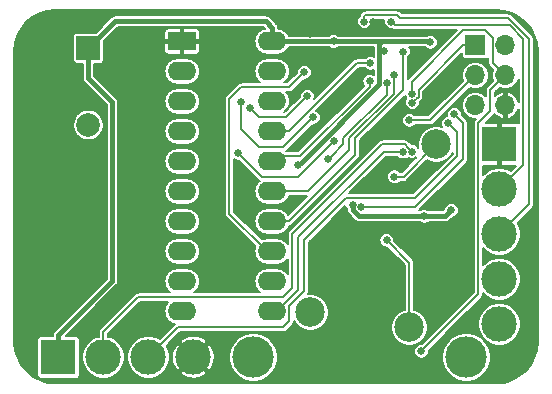
<source format=gbr>
G04 #@! TF.GenerationSoftware,KiCad,Pcbnew,(5.1.0-0)*
G04 #@! TF.CreationDate,2020-09-24T17:30:25-07:00*
G04 #@! TF.ProjectId,858D+ MK1841D3 to ATmega328,38353844-2b20-44d4-9b31-383431443320,rev?*
G04 #@! TF.SameCoordinates,Original*
G04 #@! TF.FileFunction,Copper,L2,Bot*
G04 #@! TF.FilePolarity,Positive*
%FSLAX46Y46*%
G04 Gerber Fmt 4.6, Leading zero omitted, Abs format (unit mm)*
G04 Created by KiCad (PCBNEW (5.1.0-0)) date 2020-09-24 17:30:25*
%MOMM*%
%LPD*%
G04 APERTURE LIST*
%ADD10O,1.700000X1.700000*%
%ADD11R,1.700000X1.700000*%
%ADD12O,2.400000X1.600000*%
%ADD13R,2.400000X1.600000*%
%ADD14C,2.500000*%
%ADD15C,2.999740*%
%ADD16R,2.999740X2.999740*%
%ADD17C,3.500120*%
%ADD18C,2.000000*%
%ADD19R,2.000000X2.000000*%
%ADD20C,0.635000*%
%ADD21C,0.381000*%
%ADD22C,0.203200*%
G04 APERTURE END LIST*
D10*
X56134000Y-23114000D03*
X53594000Y-23114000D03*
X56134000Y-20574000D03*
X53594000Y-20574000D03*
X56134000Y-18034000D03*
D11*
X53594000Y-18034000D03*
D12*
X36380000Y-17712000D03*
X28760000Y-40572000D03*
X36380000Y-20252000D03*
X28760000Y-38032000D03*
X36380000Y-22792000D03*
X28760000Y-35492000D03*
X36380000Y-25332000D03*
X28760000Y-32952000D03*
X36380000Y-27872000D03*
X28760000Y-30412000D03*
X36380000Y-30412000D03*
X28760000Y-27872000D03*
X36380000Y-32952000D03*
X28760000Y-25332000D03*
X36380000Y-35492000D03*
X28760000Y-22792000D03*
X36380000Y-38032000D03*
X28760000Y-20252000D03*
X36380000Y-40572000D03*
D13*
X28760000Y-17712000D03*
D14*
X50292000Y-26416000D03*
X48006000Y-41910000D03*
X39624000Y-40640000D03*
D15*
X55626000Y-41656000D03*
X55626000Y-37846000D03*
X55626000Y-34036000D03*
X55626000Y-30226000D03*
D16*
X55626000Y-26416000D03*
D17*
X52832000Y-44450000D03*
D15*
X29718000Y-44450000D03*
X25908000Y-44450000D03*
X22098000Y-44450000D03*
D16*
X18288000Y-44450000D03*
D17*
X34798000Y-44450000D03*
D18*
X20828000Y-24788000D03*
D19*
X20828000Y-18288000D03*
D20*
X49784000Y-17780000D03*
X41588000Y-17712000D03*
X49276000Y-32512000D03*
X51562000Y-32004000D03*
X38608000Y-28194000D03*
X45866003Y-18521003D03*
X43185159Y-31534110D03*
X43688000Y-20828000D03*
X34290000Y-32766000D03*
X45466000Y-37846000D03*
X52832000Y-32004000D03*
X52832000Y-33274000D03*
X42926000Y-19050000D03*
X55880000Y-44450000D03*
X53086000Y-41656000D03*
X49784000Y-45720000D03*
X32512000Y-46228000D03*
X37084000Y-46228000D03*
X32512000Y-42672000D03*
X37084000Y-42672000D03*
X49022000Y-34798000D03*
X34290000Y-36830000D03*
X49530000Y-31750000D03*
X38354000Y-31242000D03*
X49022000Y-17018000D03*
X50546000Y-17018000D03*
X39618841Y-25648841D03*
X44196000Y-34798000D03*
X39624000Y-17056110D03*
X38100003Y-18500992D03*
X44958023Y-16040110D03*
X46482000Y-24384000D03*
X45720000Y-24638000D03*
X44450000Y-30187890D03*
X48230967Y-22127033D03*
X49022000Y-43942000D03*
X41656000Y-26162000D03*
X48006000Y-24384000D03*
X33528000Y-27178000D03*
X48261126Y-22888448D03*
X39878000Y-24130000D03*
X33782000Y-22860000D03*
X44704000Y-19558000D03*
X44640492Y-21080230D03*
X39370000Y-22352000D03*
X34544000Y-23368000D03*
X46697890Y-20574000D03*
X47498000Y-18584512D03*
X39116000Y-20320000D03*
X47473775Y-27076848D03*
X51308000Y-24638000D03*
X48234330Y-27029178D03*
X51816000Y-23876000D03*
X43942006Y-31750000D03*
X46087000Y-34544000D03*
X46101010Y-21231473D03*
X41148000Y-27686000D03*
X46736000Y-29171890D03*
X44196010Y-16040110D03*
X46482000Y-16040110D03*
D21*
X23114000Y-16002000D02*
X20828000Y-18288000D01*
X35851000Y-16002000D02*
X23114000Y-16002000D01*
X36380000Y-16531000D02*
X35851000Y-16002000D01*
X36380000Y-17712000D02*
X36380000Y-16531000D01*
X49716000Y-17712000D02*
X49784000Y-17780000D01*
X36380000Y-17712000D02*
X41588000Y-17712000D01*
X51054000Y-32512000D02*
X51562000Y-32004000D01*
X49276000Y-32512000D02*
X51054000Y-32512000D01*
X46550000Y-17712000D02*
X49716000Y-17712000D01*
X45788000Y-17712000D02*
X46550000Y-17712000D01*
X45466000Y-18796000D02*
X45466000Y-21336000D01*
X38925499Y-27876501D02*
X38608000Y-28194000D01*
X45466000Y-21336000D02*
X38925499Y-27876501D01*
X45466000Y-17898000D02*
X45652000Y-17712000D01*
X45652000Y-17712000D02*
X45788000Y-17712000D01*
X41588000Y-17712000D02*
X45652000Y-17712000D01*
X45486997Y-18521003D02*
X45466000Y-18542000D01*
X45866003Y-18521003D02*
X45486997Y-18521003D01*
X45466000Y-18542000D02*
X45466000Y-17898000D01*
X45466000Y-18796000D02*
X45466000Y-18542000D01*
X43714037Y-32512000D02*
X43185159Y-31983122D01*
X43185159Y-31983122D02*
X43185159Y-31534110D01*
X49276000Y-32512000D02*
X43714037Y-32512000D01*
X18288000Y-42569130D02*
X18288000Y-44450000D01*
X22860000Y-37997130D02*
X18288000Y-42569130D01*
X22860000Y-22860000D02*
X22860000Y-37997130D01*
X20828000Y-20828000D02*
X22860000Y-22860000D01*
X20828000Y-18288000D02*
X20828000Y-20828000D01*
D22*
X55055399Y-19495399D02*
X55055399Y-17383917D01*
X48230967Y-21678021D02*
X48230967Y-22127033D01*
X52578000Y-16764000D02*
X48230967Y-21111033D01*
X55055399Y-17383917D02*
X54435482Y-16764000D01*
X54435482Y-16764000D02*
X52578000Y-16764000D01*
X48230967Y-21111033D02*
X48230967Y-21678021D01*
X56134000Y-20574000D02*
X55055399Y-19495399D01*
X53848000Y-24638000D02*
X53848000Y-39116000D01*
X53848000Y-39116000D02*
X49022000Y-43942000D01*
X54864000Y-23622000D02*
X53848000Y-24638000D01*
X54864000Y-21844000D02*
X54864000Y-23622000D01*
X56134000Y-20574000D02*
X54864000Y-21844000D01*
X49784000Y-24384000D02*
X48006000Y-24384000D01*
X52236001Y-21931999D02*
X49784000Y-24384000D01*
X52236001Y-21931999D02*
X53594000Y-20574000D01*
X35560000Y-29210000D02*
X33845499Y-27495499D01*
X38608000Y-29210000D02*
X35560000Y-29210000D01*
X33845499Y-27495499D02*
X33528000Y-27178000D01*
X41656000Y-26162000D02*
X38608000Y-29210000D01*
X52540800Y-18034000D02*
X48777069Y-21797731D01*
X48578625Y-22570949D02*
X48261126Y-22888448D01*
X53594000Y-18034000D02*
X52540800Y-18034000D01*
X48777069Y-21797731D02*
X48777069Y-22372505D01*
X48777069Y-22372505D02*
X48578625Y-22570949D01*
X39878000Y-24130000D02*
X37338000Y-26670000D01*
X33782000Y-23309012D02*
X33782000Y-22860000D01*
X35306000Y-26670000D02*
X33782000Y-25146000D01*
X37338000Y-26670000D02*
X35306000Y-26670000D01*
X33782000Y-25146000D02*
X33782000Y-23309012D01*
X44344790Y-19558000D02*
X44704000Y-19558000D01*
X36380000Y-25332000D02*
X37783200Y-25332000D01*
X37783200Y-25332000D02*
X43557200Y-19558000D01*
X43557200Y-19558000D02*
X44344790Y-19558000D01*
X44640492Y-21529242D02*
X44640492Y-21080230D01*
X38737734Y-27432000D02*
X44640492Y-21529242D01*
X37220000Y-27432000D02*
X38737734Y-27432000D01*
X36780000Y-27872000D02*
X37220000Y-27432000D01*
X36380000Y-27872000D02*
X36780000Y-27872000D01*
X34861499Y-23685499D02*
X34544000Y-23368000D01*
X39370000Y-22352000D02*
X37592000Y-24130000D01*
X37592000Y-24130000D02*
X35306000Y-24130000D01*
X35306000Y-24130000D02*
X34861499Y-23685499D01*
X39438000Y-30412000D02*
X42926000Y-26924000D01*
X46697890Y-21023012D02*
X46697890Y-20574000D01*
X42926000Y-26924000D02*
X42926000Y-25908000D01*
X46697890Y-22136110D02*
X46697890Y-21023012D01*
X42926000Y-25908000D02*
X46697890Y-22136110D01*
X36380000Y-30412000D02*
X39438000Y-30412000D01*
X47498000Y-21844000D02*
X47498000Y-19033524D01*
X43434000Y-27301200D02*
X43434000Y-25908000D01*
X36380000Y-32952000D02*
X37783200Y-32952000D01*
X47498000Y-19033524D02*
X47498000Y-18584512D01*
X43434000Y-25908000D02*
X47498000Y-21844000D01*
X37783200Y-32952000D02*
X43434000Y-27301200D01*
X33782000Y-21590000D02*
X37846000Y-21590000D01*
X32766000Y-32278000D02*
X32766000Y-22606000D01*
X35980000Y-35492000D02*
X32766000Y-32278000D01*
X37846000Y-21590000D02*
X39116000Y-20320000D01*
X32766000Y-22606000D02*
X33782000Y-21590000D01*
X36380000Y-35492000D02*
X35980000Y-35492000D01*
X38608000Y-38744000D02*
X38608000Y-34290000D01*
X36780000Y-40572000D02*
X38608000Y-38744000D01*
X47024763Y-27076848D02*
X47473775Y-27076848D01*
X38608000Y-34290000D02*
X45821152Y-27076848D01*
X45821152Y-27076848D02*
X47024763Y-27076848D01*
X36380000Y-40572000D02*
X36780000Y-40572000D01*
X52070000Y-25400000D02*
X51308000Y-24638000D01*
X52070000Y-27432000D02*
X52070000Y-25400000D01*
X48514000Y-30988000D02*
X52070000Y-27432000D01*
X42672000Y-30988000D02*
X48514000Y-30988000D01*
X39116000Y-34544000D02*
X42672000Y-30988000D01*
X39116000Y-38862000D02*
X39116000Y-34544000D01*
X37846000Y-41402000D02*
X37846000Y-40132000D01*
X37338000Y-41910000D02*
X37846000Y-41402000D01*
X25908000Y-44450000D02*
X28448000Y-41910000D01*
X37846000Y-40132000D02*
X39116000Y-38862000D01*
X28448000Y-41910000D02*
X37338000Y-41910000D01*
X22098000Y-44450000D02*
X22098000Y-42328864D01*
X47621152Y-26416000D02*
X47916831Y-26711679D01*
X38100000Y-38608000D02*
X38100000Y-34036000D01*
X38100000Y-34036000D02*
X45720000Y-26416000D01*
X45720000Y-26416000D02*
X47621152Y-26416000D01*
X37338000Y-39370000D02*
X38100000Y-38608000D01*
X47916831Y-26711679D02*
X48234330Y-27029178D01*
X26834864Y-39370000D02*
X37338000Y-39370000D01*
X25056864Y-39370000D02*
X22098000Y-42328864D01*
X26834864Y-39370000D02*
X25056864Y-39370000D01*
X52578000Y-27686000D02*
X48514000Y-31750000D01*
X52578000Y-24638000D02*
X52578000Y-27686000D01*
X51816000Y-23876000D02*
X52578000Y-24638000D01*
X48514000Y-31750000D02*
X44301216Y-31750000D01*
X44301216Y-31750000D02*
X43942006Y-31750000D01*
X48006000Y-36463000D02*
X46087000Y-34544000D01*
X48006000Y-41910000D02*
X48006000Y-36463000D01*
X42418000Y-26416000D02*
X41465499Y-27368501D01*
X42418000Y-25908000D02*
X42418000Y-26416000D01*
X46101010Y-22224990D02*
X42418000Y-25908000D01*
X46101010Y-21231473D02*
X46101010Y-22224990D01*
X41465499Y-27368501D02*
X41148000Y-27686000D01*
X47536110Y-29171890D02*
X47185012Y-29171890D01*
X50292000Y-26416000D02*
X47536110Y-29171890D01*
X47185012Y-29171890D02*
X46736000Y-29171890D01*
X58166000Y-31496000D02*
X58166000Y-17526000D01*
X55626000Y-34036000D02*
X58166000Y-31496000D01*
X44293108Y-15494000D02*
X44196010Y-15591098D01*
X58166000Y-17526000D02*
X56388000Y-15748000D01*
X44196010Y-15591098D02*
X44196010Y-16040110D01*
X56388000Y-15748000D02*
X47244000Y-15748000D01*
X47244000Y-15748000D02*
X46990000Y-15494000D01*
X46990000Y-15494000D02*
X44293108Y-15494000D01*
X46799499Y-16357609D02*
X46482000Y-16040110D01*
X57658000Y-17526000D02*
X56489609Y-16357609D01*
X56489609Y-16357609D02*
X46799499Y-16357609D01*
X57658000Y-28194000D02*
X57658000Y-17526000D01*
X55626000Y-30226000D02*
X57658000Y-28194000D01*
G36*
X56047667Y-15129631D02*
G01*
X56697598Y-15325857D01*
X57297036Y-15644583D01*
X57823155Y-16073675D01*
X58255904Y-16596779D01*
X58578810Y-17193980D01*
X58779569Y-17842529D01*
X58852167Y-18533256D01*
X58852200Y-18542581D01*
X58852201Y-43163860D01*
X58784369Y-43855667D01*
X58588142Y-44505599D01*
X58269415Y-45105038D01*
X57840327Y-45631153D01*
X57317221Y-46063904D01*
X56720020Y-46386810D01*
X56071471Y-46587569D01*
X55380744Y-46660167D01*
X55371419Y-46660200D01*
X18050130Y-46660200D01*
X17358333Y-46592369D01*
X16708401Y-46396142D01*
X16108962Y-46077415D01*
X15582847Y-45648327D01*
X15150096Y-45125221D01*
X14827190Y-44528020D01*
X14626431Y-43879471D01*
X14553833Y-43188744D01*
X14553800Y-43179419D01*
X14553800Y-42950130D01*
X16481856Y-42950130D01*
X16481856Y-45949870D01*
X16487741Y-46009621D01*
X16505170Y-46067076D01*
X16533472Y-46120027D01*
X16571562Y-46166438D01*
X16617973Y-46204528D01*
X16670924Y-46232830D01*
X16728379Y-46250259D01*
X16788130Y-46256144D01*
X19787870Y-46256144D01*
X19847621Y-46250259D01*
X19905076Y-46232830D01*
X19958027Y-46204528D01*
X20004438Y-46166438D01*
X20042528Y-46120027D01*
X20070830Y-46067076D01*
X20088259Y-46009621D01*
X20094144Y-45949870D01*
X20094144Y-42950130D01*
X20088259Y-42890379D01*
X20070830Y-42832924D01*
X20042528Y-42779973D01*
X20004438Y-42733562D01*
X19958027Y-42695472D01*
X19905076Y-42667170D01*
X19847621Y-42649741D01*
X19787870Y-42643856D01*
X18913733Y-42643856D01*
X23193030Y-38364560D01*
X23211924Y-38349054D01*
X23246833Y-38306518D01*
X23273819Y-38273636D01*
X23309179Y-38207481D01*
X23319811Y-38187590D01*
X23348133Y-38094226D01*
X23355300Y-38021457D01*
X23355300Y-38021448D01*
X23357695Y-37997131D01*
X23355300Y-37972814D01*
X23355300Y-35492000D01*
X27249855Y-35492000D01*
X27271186Y-35708579D01*
X27334360Y-35916834D01*
X27436948Y-36108764D01*
X27575009Y-36276991D01*
X27743236Y-36415052D01*
X27935166Y-36517640D01*
X28143421Y-36580814D01*
X28305731Y-36596800D01*
X29214269Y-36596800D01*
X29376579Y-36580814D01*
X29584834Y-36517640D01*
X29776764Y-36415052D01*
X29944991Y-36276991D01*
X30083052Y-36108764D01*
X30185640Y-35916834D01*
X30248814Y-35708579D01*
X30270145Y-35492000D01*
X30248814Y-35275421D01*
X30185640Y-35067166D01*
X30083052Y-34875236D01*
X29944991Y-34707009D01*
X29776764Y-34568948D01*
X29584834Y-34466360D01*
X29376579Y-34403186D01*
X29214269Y-34387200D01*
X28305731Y-34387200D01*
X28143421Y-34403186D01*
X27935166Y-34466360D01*
X27743236Y-34568948D01*
X27575009Y-34707009D01*
X27436948Y-34875236D01*
X27334360Y-35067166D01*
X27271186Y-35275421D01*
X27249855Y-35492000D01*
X23355300Y-35492000D01*
X23355300Y-32952000D01*
X27249855Y-32952000D01*
X27271186Y-33168579D01*
X27334360Y-33376834D01*
X27436948Y-33568764D01*
X27575009Y-33736991D01*
X27743236Y-33875052D01*
X27935166Y-33977640D01*
X28143421Y-34040814D01*
X28305731Y-34056800D01*
X29214269Y-34056800D01*
X29376579Y-34040814D01*
X29584834Y-33977640D01*
X29776764Y-33875052D01*
X29944991Y-33736991D01*
X30083052Y-33568764D01*
X30185640Y-33376834D01*
X30248814Y-33168579D01*
X30270145Y-32952000D01*
X30248814Y-32735421D01*
X30185640Y-32527166D01*
X30083052Y-32335236D01*
X29944991Y-32167009D01*
X29776764Y-32028948D01*
X29584834Y-31926360D01*
X29376579Y-31863186D01*
X29214269Y-31847200D01*
X28305731Y-31847200D01*
X28143421Y-31863186D01*
X27935166Y-31926360D01*
X27743236Y-32028948D01*
X27575009Y-32167009D01*
X27436948Y-32335236D01*
X27334360Y-32527166D01*
X27271186Y-32735421D01*
X27249855Y-32952000D01*
X23355300Y-32952000D01*
X23355300Y-30412000D01*
X27249855Y-30412000D01*
X27271186Y-30628579D01*
X27334360Y-30836834D01*
X27436948Y-31028764D01*
X27575009Y-31196991D01*
X27743236Y-31335052D01*
X27935166Y-31437640D01*
X28143421Y-31500814D01*
X28305731Y-31516800D01*
X29214269Y-31516800D01*
X29376579Y-31500814D01*
X29584834Y-31437640D01*
X29776764Y-31335052D01*
X29944991Y-31196991D01*
X30083052Y-31028764D01*
X30185640Y-30836834D01*
X30248814Y-30628579D01*
X30270145Y-30412000D01*
X30248814Y-30195421D01*
X30185640Y-29987166D01*
X30083052Y-29795236D01*
X29944991Y-29627009D01*
X29776764Y-29488948D01*
X29584834Y-29386360D01*
X29376579Y-29323186D01*
X29214269Y-29307200D01*
X28305731Y-29307200D01*
X28143421Y-29323186D01*
X27935166Y-29386360D01*
X27743236Y-29488948D01*
X27575009Y-29627009D01*
X27436948Y-29795236D01*
X27334360Y-29987166D01*
X27271186Y-30195421D01*
X27249855Y-30412000D01*
X23355300Y-30412000D01*
X23355300Y-27872000D01*
X27249855Y-27872000D01*
X27271186Y-28088579D01*
X27334360Y-28296834D01*
X27436948Y-28488764D01*
X27575009Y-28656991D01*
X27743236Y-28795052D01*
X27935166Y-28897640D01*
X28143421Y-28960814D01*
X28305731Y-28976800D01*
X29214269Y-28976800D01*
X29376579Y-28960814D01*
X29584834Y-28897640D01*
X29776764Y-28795052D01*
X29944991Y-28656991D01*
X30083052Y-28488764D01*
X30185640Y-28296834D01*
X30248814Y-28088579D01*
X30270145Y-27872000D01*
X30248814Y-27655421D01*
X30185640Y-27447166D01*
X30083052Y-27255236D01*
X29944991Y-27087009D01*
X29776764Y-26948948D01*
X29584834Y-26846360D01*
X29376579Y-26783186D01*
X29214269Y-26767200D01*
X28305731Y-26767200D01*
X28143421Y-26783186D01*
X27935166Y-26846360D01*
X27743236Y-26948948D01*
X27575009Y-27087009D01*
X27436948Y-27255236D01*
X27334360Y-27447166D01*
X27271186Y-27655421D01*
X27249855Y-27872000D01*
X23355300Y-27872000D01*
X23355300Y-25332000D01*
X27249855Y-25332000D01*
X27271186Y-25548579D01*
X27334360Y-25756834D01*
X27436948Y-25948764D01*
X27575009Y-26116991D01*
X27743236Y-26255052D01*
X27935166Y-26357640D01*
X28143421Y-26420814D01*
X28305731Y-26436800D01*
X29214269Y-26436800D01*
X29376579Y-26420814D01*
X29584834Y-26357640D01*
X29776764Y-26255052D01*
X29944991Y-26116991D01*
X30083052Y-25948764D01*
X30185640Y-25756834D01*
X30248814Y-25548579D01*
X30270145Y-25332000D01*
X30248814Y-25115421D01*
X30185640Y-24907166D01*
X30083052Y-24715236D01*
X29944991Y-24547009D01*
X29776764Y-24408948D01*
X29584834Y-24306360D01*
X29376579Y-24243186D01*
X29214269Y-24227200D01*
X28305731Y-24227200D01*
X28143421Y-24243186D01*
X27935166Y-24306360D01*
X27743236Y-24408948D01*
X27575009Y-24547009D01*
X27436948Y-24715236D01*
X27334360Y-24907166D01*
X27271186Y-25115421D01*
X27249855Y-25332000D01*
X23355300Y-25332000D01*
X23355300Y-22884317D01*
X23357695Y-22860000D01*
X23355300Y-22835683D01*
X23355300Y-22835673D01*
X23350999Y-22792000D01*
X27249855Y-22792000D01*
X27271186Y-23008579D01*
X27334360Y-23216834D01*
X27436948Y-23408764D01*
X27575009Y-23576991D01*
X27743236Y-23715052D01*
X27935166Y-23817640D01*
X28143421Y-23880814D01*
X28305731Y-23896800D01*
X29214269Y-23896800D01*
X29376579Y-23880814D01*
X29584834Y-23817640D01*
X29776764Y-23715052D01*
X29944991Y-23576991D01*
X30083052Y-23408764D01*
X30185640Y-23216834D01*
X30248814Y-23008579D01*
X30270145Y-22792000D01*
X30248814Y-22575421D01*
X30185640Y-22367166D01*
X30083052Y-22175236D01*
X29944991Y-22007009D01*
X29776764Y-21868948D01*
X29584834Y-21766360D01*
X29376579Y-21703186D01*
X29214269Y-21687200D01*
X28305731Y-21687200D01*
X28143421Y-21703186D01*
X27935166Y-21766360D01*
X27743236Y-21868948D01*
X27575009Y-22007009D01*
X27436948Y-22175236D01*
X27334360Y-22367166D01*
X27271186Y-22575421D01*
X27249855Y-22792000D01*
X23350999Y-22792000D01*
X23348133Y-22762904D01*
X23319811Y-22669540D01*
X23273819Y-22583495D01*
X23235357Y-22536629D01*
X23227431Y-22526971D01*
X23227430Y-22526970D01*
X23211924Y-22508076D01*
X23193030Y-22492570D01*
X21323300Y-20622841D01*
X21323300Y-20252000D01*
X27249855Y-20252000D01*
X27271186Y-20468579D01*
X27334360Y-20676834D01*
X27436948Y-20868764D01*
X27575009Y-21036991D01*
X27743236Y-21175052D01*
X27935166Y-21277640D01*
X28143421Y-21340814D01*
X28305731Y-21356800D01*
X29214269Y-21356800D01*
X29376579Y-21340814D01*
X29584834Y-21277640D01*
X29776764Y-21175052D01*
X29944991Y-21036991D01*
X30083052Y-20868764D01*
X30185640Y-20676834D01*
X30248814Y-20468579D01*
X30270145Y-20252000D01*
X30248814Y-20035421D01*
X30185640Y-19827166D01*
X30083052Y-19635236D01*
X29944991Y-19467009D01*
X29776764Y-19328948D01*
X29584834Y-19226360D01*
X29376579Y-19163186D01*
X29214269Y-19147200D01*
X28305731Y-19147200D01*
X28143421Y-19163186D01*
X27935166Y-19226360D01*
X27743236Y-19328948D01*
X27575009Y-19467009D01*
X27436948Y-19635236D01*
X27334360Y-19827166D01*
X27271186Y-20035421D01*
X27249855Y-20252000D01*
X21323300Y-20252000D01*
X21323300Y-19594274D01*
X21828000Y-19594274D01*
X21887751Y-19588389D01*
X21945206Y-19570960D01*
X21998157Y-19542658D01*
X22044568Y-19504568D01*
X22082658Y-19458157D01*
X22110960Y-19405206D01*
X22128389Y-19347751D01*
X22134274Y-19288000D01*
X22134274Y-18512000D01*
X27253725Y-18512000D01*
X27259610Y-18571751D01*
X27277039Y-18629206D01*
X27305342Y-18682157D01*
X27343431Y-18728569D01*
X27389843Y-18766658D01*
X27442794Y-18794961D01*
X27500249Y-18812390D01*
X27560000Y-18818275D01*
X28594900Y-18816800D01*
X28671100Y-18740600D01*
X28671100Y-17800900D01*
X28848900Y-17800900D01*
X28848900Y-18740600D01*
X28925100Y-18816800D01*
X29960000Y-18818275D01*
X30019751Y-18812390D01*
X30077206Y-18794961D01*
X30130157Y-18766658D01*
X30176569Y-18728569D01*
X30214658Y-18682157D01*
X30242961Y-18629206D01*
X30260390Y-18571751D01*
X30266275Y-18512000D01*
X30264800Y-17877100D01*
X30188600Y-17800900D01*
X28848900Y-17800900D01*
X28671100Y-17800900D01*
X27331400Y-17800900D01*
X27255200Y-17877100D01*
X27253725Y-18512000D01*
X22134274Y-18512000D01*
X22134274Y-17682185D01*
X22904459Y-16912000D01*
X27253725Y-16912000D01*
X27255200Y-17546900D01*
X27331400Y-17623100D01*
X28671100Y-17623100D01*
X28671100Y-16683400D01*
X28848900Y-16683400D01*
X28848900Y-17623100D01*
X30188600Y-17623100D01*
X30264800Y-17546900D01*
X30266275Y-16912000D01*
X30260390Y-16852249D01*
X30242961Y-16794794D01*
X30214658Y-16741843D01*
X30176569Y-16695431D01*
X30130157Y-16657342D01*
X30077206Y-16629039D01*
X30019751Y-16611610D01*
X29960000Y-16605725D01*
X28925100Y-16607200D01*
X28848900Y-16683400D01*
X28671100Y-16683400D01*
X28594900Y-16607200D01*
X27560000Y-16605725D01*
X27500249Y-16611610D01*
X27442794Y-16629039D01*
X27389843Y-16657342D01*
X27343431Y-16695431D01*
X27305342Y-16741843D01*
X27277039Y-16794794D01*
X27259610Y-16852249D01*
X27253725Y-16912000D01*
X22904459Y-16912000D01*
X23319160Y-16497300D01*
X35645841Y-16497300D01*
X35770982Y-16622441D01*
X35763421Y-16623186D01*
X35555166Y-16686360D01*
X35363236Y-16788948D01*
X35195009Y-16927009D01*
X35056948Y-17095236D01*
X34954360Y-17287166D01*
X34891186Y-17495421D01*
X34869855Y-17712000D01*
X34891186Y-17928579D01*
X34954360Y-18136834D01*
X35056948Y-18328764D01*
X35195009Y-18496991D01*
X35363236Y-18635052D01*
X35555166Y-18737640D01*
X35763421Y-18800814D01*
X35925731Y-18816800D01*
X36834269Y-18816800D01*
X36996579Y-18800814D01*
X37204834Y-18737640D01*
X37396764Y-18635052D01*
X37564991Y-18496991D01*
X37703052Y-18328764D01*
X37767975Y-18207300D01*
X41209158Y-18207300D01*
X41293230Y-18263475D01*
X41406482Y-18310385D01*
X41526709Y-18334300D01*
X41649291Y-18334300D01*
X41769518Y-18310385D01*
X41882770Y-18263475D01*
X41966842Y-18207300D01*
X44970701Y-18207300D01*
X44970700Y-18517672D01*
X44970700Y-18517683D01*
X44968305Y-18542000D01*
X44970700Y-18566317D01*
X44970700Y-18994898D01*
X44885518Y-18959615D01*
X44765291Y-18935700D01*
X44642709Y-18935700D01*
X44522482Y-18959615D01*
X44409230Y-19006525D01*
X44307307Y-19074628D01*
X44230335Y-19151600D01*
X43577152Y-19151600D01*
X43557199Y-19149635D01*
X43537246Y-19151600D01*
X43537240Y-19151600D01*
X43485535Y-19156693D01*
X43477531Y-19157481D01*
X43464919Y-19161307D01*
X43400925Y-19180719D01*
X43330324Y-19218456D01*
X43268442Y-19269242D01*
X43255718Y-19284746D01*
X39941119Y-22599345D01*
X39968385Y-22533518D01*
X39992300Y-22413291D01*
X39992300Y-22290709D01*
X39968385Y-22170482D01*
X39921475Y-22057230D01*
X39853372Y-21955307D01*
X39766693Y-21868628D01*
X39664770Y-21800525D01*
X39551518Y-21753615D01*
X39431291Y-21729700D01*
X39308709Y-21729700D01*
X39188482Y-21753615D01*
X39075230Y-21800525D01*
X38973307Y-21868628D01*
X38886628Y-21955307D01*
X38818525Y-22057230D01*
X38771615Y-22170482D01*
X38747700Y-22290709D01*
X38747700Y-22399563D01*
X37423664Y-23723600D01*
X37380772Y-23723600D01*
X37396764Y-23715052D01*
X37564991Y-23576991D01*
X37703052Y-23408764D01*
X37805640Y-23216834D01*
X37868814Y-23008579D01*
X37890145Y-22792000D01*
X37868814Y-22575421D01*
X37805640Y-22367166D01*
X37703052Y-22175236D01*
X37564991Y-22007009D01*
X37552064Y-21996400D01*
X37826047Y-21996400D01*
X37846000Y-21998365D01*
X37865953Y-21996400D01*
X37865960Y-21996400D01*
X37925668Y-21990519D01*
X38002275Y-21967281D01*
X38072876Y-21929544D01*
X38134758Y-21878758D01*
X38147482Y-21863254D01*
X39068436Y-20942300D01*
X39177291Y-20942300D01*
X39297518Y-20918385D01*
X39410770Y-20871475D01*
X39512693Y-20803372D01*
X39599372Y-20716693D01*
X39667475Y-20614770D01*
X39714385Y-20501518D01*
X39738300Y-20381291D01*
X39738300Y-20258709D01*
X39714385Y-20138482D01*
X39667475Y-20025230D01*
X39599372Y-19923307D01*
X39512693Y-19836628D01*
X39410770Y-19768525D01*
X39297518Y-19721615D01*
X39177291Y-19697700D01*
X39054709Y-19697700D01*
X38934482Y-19721615D01*
X38821230Y-19768525D01*
X38719307Y-19836628D01*
X38632628Y-19923307D01*
X38564525Y-20025230D01*
X38517615Y-20138482D01*
X38493700Y-20258709D01*
X38493700Y-20367564D01*
X37677664Y-21183600D01*
X37380772Y-21183600D01*
X37396764Y-21175052D01*
X37564991Y-21036991D01*
X37703052Y-20868764D01*
X37805640Y-20676834D01*
X37868814Y-20468579D01*
X37890145Y-20252000D01*
X37868814Y-20035421D01*
X37805640Y-19827166D01*
X37703052Y-19635236D01*
X37564991Y-19467009D01*
X37396764Y-19328948D01*
X37204834Y-19226360D01*
X36996579Y-19163186D01*
X36834269Y-19147200D01*
X35925731Y-19147200D01*
X35763421Y-19163186D01*
X35555166Y-19226360D01*
X35363236Y-19328948D01*
X35195009Y-19467009D01*
X35056948Y-19635236D01*
X34954360Y-19827166D01*
X34891186Y-20035421D01*
X34869855Y-20252000D01*
X34891186Y-20468579D01*
X34954360Y-20676834D01*
X35056948Y-20868764D01*
X35195009Y-21036991D01*
X35363236Y-21175052D01*
X35379228Y-21183600D01*
X33801953Y-21183600D01*
X33782000Y-21181635D01*
X33762047Y-21183600D01*
X33762040Y-21183600D01*
X33709604Y-21188765D01*
X33702331Y-21189481D01*
X33679852Y-21196300D01*
X33625725Y-21212719D01*
X33555124Y-21250456D01*
X33531730Y-21269655D01*
X33508745Y-21288518D01*
X33508740Y-21288523D01*
X33493242Y-21301242D01*
X33480522Y-21316741D01*
X32492741Y-22304523D01*
X32477243Y-22317242D01*
X32464524Y-22332740D01*
X32464518Y-22332746D01*
X32455222Y-22344074D01*
X32426457Y-22379124D01*
X32410293Y-22409365D01*
X32388719Y-22449726D01*
X32365481Y-22526332D01*
X32357635Y-22606000D01*
X32359601Y-22625963D01*
X32359600Y-32258047D01*
X32357635Y-32278000D01*
X32359600Y-32297953D01*
X32359600Y-32297959D01*
X32363253Y-32335046D01*
X32365481Y-32357668D01*
X32382843Y-32414904D01*
X32388719Y-32434274D01*
X32426456Y-32504875D01*
X32477242Y-32566758D01*
X32492746Y-32579482D01*
X34963441Y-35050177D01*
X34954360Y-35067166D01*
X34891186Y-35275421D01*
X34869855Y-35492000D01*
X34891186Y-35708579D01*
X34954360Y-35916834D01*
X35056948Y-36108764D01*
X35195009Y-36276991D01*
X35363236Y-36415052D01*
X35555166Y-36517640D01*
X35763421Y-36580814D01*
X35925731Y-36596800D01*
X36834269Y-36596800D01*
X36996579Y-36580814D01*
X37204834Y-36517640D01*
X37396764Y-36415052D01*
X37564991Y-36276991D01*
X37693601Y-36120281D01*
X37693600Y-37403719D01*
X37564991Y-37247009D01*
X37396764Y-37108948D01*
X37204834Y-37006360D01*
X36996579Y-36943186D01*
X36834269Y-36927200D01*
X35925731Y-36927200D01*
X35763421Y-36943186D01*
X35555166Y-37006360D01*
X35363236Y-37108948D01*
X35195009Y-37247009D01*
X35056948Y-37415236D01*
X34954360Y-37607166D01*
X34891186Y-37815421D01*
X34869855Y-38032000D01*
X34891186Y-38248579D01*
X34954360Y-38456834D01*
X35056948Y-38648764D01*
X35195009Y-38816991D01*
X35363236Y-38955052D01*
X35379228Y-38963600D01*
X29760772Y-38963600D01*
X29776764Y-38955052D01*
X29944991Y-38816991D01*
X30083052Y-38648764D01*
X30185640Y-38456834D01*
X30248814Y-38248579D01*
X30270145Y-38032000D01*
X30248814Y-37815421D01*
X30185640Y-37607166D01*
X30083052Y-37415236D01*
X29944991Y-37247009D01*
X29776764Y-37108948D01*
X29584834Y-37006360D01*
X29376579Y-36943186D01*
X29214269Y-36927200D01*
X28305731Y-36927200D01*
X28143421Y-36943186D01*
X27935166Y-37006360D01*
X27743236Y-37108948D01*
X27575009Y-37247009D01*
X27436948Y-37415236D01*
X27334360Y-37607166D01*
X27271186Y-37815421D01*
X27249855Y-38032000D01*
X27271186Y-38248579D01*
X27334360Y-38456834D01*
X27436948Y-38648764D01*
X27575009Y-38816991D01*
X27743236Y-38955052D01*
X27759228Y-38963600D01*
X25076817Y-38963600D01*
X25056864Y-38961635D01*
X25036911Y-38963600D01*
X25036904Y-38963600D01*
X24984468Y-38968765D01*
X24977195Y-38969481D01*
X24925109Y-38985281D01*
X24900589Y-38992719D01*
X24829988Y-39030456D01*
X24804610Y-39051283D01*
X24783609Y-39068518D01*
X24783604Y-39068523D01*
X24768106Y-39081242D01*
X24755387Y-39096740D01*
X21824741Y-42027387D01*
X21809243Y-42040106D01*
X21796524Y-42055604D01*
X21796518Y-42055610D01*
X21783532Y-42071434D01*
X21758457Y-42101988D01*
X21754539Y-42109319D01*
X21720719Y-42172590D01*
X21697481Y-42249196D01*
X21689635Y-42328864D01*
X21691601Y-42348827D01*
X21691601Y-42690812D01*
X21571597Y-42714682D01*
X21243168Y-42850722D01*
X20947590Y-43048221D01*
X20696221Y-43299590D01*
X20498722Y-43595168D01*
X20362682Y-43923597D01*
X20293330Y-44272256D01*
X20293330Y-44627744D01*
X20362682Y-44976403D01*
X20498722Y-45304832D01*
X20696221Y-45600410D01*
X20947590Y-45851779D01*
X21243168Y-46049278D01*
X21571597Y-46185318D01*
X21920256Y-46254670D01*
X22275744Y-46254670D01*
X22624403Y-46185318D01*
X22952832Y-46049278D01*
X23248410Y-45851779D01*
X23499779Y-45600410D01*
X23697278Y-45304832D01*
X23833318Y-44976403D01*
X23902670Y-44627744D01*
X23902670Y-44272256D01*
X23833318Y-43923597D01*
X23697278Y-43595168D01*
X23499779Y-43299590D01*
X23248410Y-43048221D01*
X22952832Y-42850722D01*
X22624403Y-42714682D01*
X22504400Y-42690812D01*
X22504400Y-42497200D01*
X25225201Y-39776400D01*
X27587936Y-39776400D01*
X27575009Y-39787009D01*
X27436948Y-39955236D01*
X27334360Y-40147166D01*
X27271186Y-40355421D01*
X27249855Y-40572000D01*
X27271186Y-40788579D01*
X27334360Y-40996834D01*
X27436948Y-41188764D01*
X27575009Y-41356991D01*
X27743236Y-41495052D01*
X27935166Y-41597640D01*
X28127331Y-41655933D01*
X26864566Y-42918698D01*
X26762832Y-42850722D01*
X26434403Y-42714682D01*
X26085744Y-42645330D01*
X25730256Y-42645330D01*
X25381597Y-42714682D01*
X25053168Y-42850722D01*
X24757590Y-43048221D01*
X24506221Y-43299590D01*
X24308722Y-43595168D01*
X24172682Y-43923597D01*
X24103330Y-44272256D01*
X24103330Y-44627744D01*
X24172682Y-44976403D01*
X24308722Y-45304832D01*
X24506221Y-45600410D01*
X24757590Y-45851779D01*
X25053168Y-46049278D01*
X25381597Y-46185318D01*
X25730256Y-46254670D01*
X26085744Y-46254670D01*
X26434403Y-46185318D01*
X26762832Y-46049278D01*
X27058410Y-45851779D01*
X27170549Y-45739640D01*
X28554084Y-45739640D01*
X28725312Y-45967564D01*
X29040448Y-46132068D01*
X29381622Y-46231932D01*
X29735724Y-46263317D01*
X30089143Y-46225016D01*
X30428300Y-46118503D01*
X30710688Y-45967564D01*
X30881916Y-45739640D01*
X29718000Y-44575724D01*
X28554084Y-45739640D01*
X27170549Y-45739640D01*
X27309779Y-45600410D01*
X27507278Y-45304832D01*
X27643318Y-44976403D01*
X27712670Y-44627744D01*
X27712670Y-44467724D01*
X27904683Y-44467724D01*
X27942984Y-44821143D01*
X28049497Y-45160300D01*
X28200436Y-45442688D01*
X28428360Y-45613916D01*
X29592276Y-44450000D01*
X29843724Y-44450000D01*
X31007640Y-45613916D01*
X31235564Y-45442688D01*
X31400068Y-45127552D01*
X31499932Y-44786378D01*
X31531317Y-44432276D01*
X31511305Y-44247614D01*
X32743140Y-44247614D01*
X32743140Y-44652386D01*
X32822107Y-45049381D01*
X32977006Y-45423341D01*
X33201886Y-45759897D01*
X33488103Y-46046114D01*
X33824659Y-46270994D01*
X34198619Y-46425893D01*
X34595614Y-46504860D01*
X35000386Y-46504860D01*
X35397381Y-46425893D01*
X35771341Y-46270994D01*
X36107897Y-46046114D01*
X36394114Y-45759897D01*
X36618994Y-45423341D01*
X36773893Y-45049381D01*
X36852860Y-44652386D01*
X36852860Y-44247614D01*
X36773893Y-43850619D01*
X36618994Y-43476659D01*
X36394114Y-43140103D01*
X36107897Y-42853886D01*
X35771341Y-42629006D01*
X35397381Y-42474107D01*
X35000386Y-42395140D01*
X34595614Y-42395140D01*
X34198619Y-42474107D01*
X33824659Y-42629006D01*
X33488103Y-42853886D01*
X33201886Y-43140103D01*
X32977006Y-43476659D01*
X32822107Y-43850619D01*
X32743140Y-44247614D01*
X31511305Y-44247614D01*
X31493016Y-44078857D01*
X31386503Y-43739700D01*
X31235564Y-43457312D01*
X31007640Y-43286084D01*
X29843724Y-44450000D01*
X29592276Y-44450000D01*
X28428360Y-43286084D01*
X28200436Y-43457312D01*
X28035932Y-43772448D01*
X27936068Y-44113622D01*
X27904683Y-44467724D01*
X27712670Y-44467724D01*
X27712670Y-44272256D01*
X27643318Y-43923597D01*
X27507278Y-43595168D01*
X27439302Y-43493434D01*
X27772376Y-43160360D01*
X28554084Y-43160360D01*
X29718000Y-44324276D01*
X30881916Y-43160360D01*
X30710688Y-42932436D01*
X30395552Y-42767932D01*
X30054378Y-42668068D01*
X29700276Y-42636683D01*
X29346857Y-42674984D01*
X29007700Y-42781497D01*
X28725312Y-42932436D01*
X28554084Y-43160360D01*
X27772376Y-43160360D01*
X28616336Y-42316400D01*
X37318047Y-42316400D01*
X37338000Y-42318365D01*
X37357953Y-42316400D01*
X37357960Y-42316400D01*
X37417668Y-42310519D01*
X37494275Y-42287281D01*
X37564876Y-42249544D01*
X37626758Y-42198758D01*
X37639482Y-42183254D01*
X38119255Y-41703481D01*
X38134758Y-41690758D01*
X38185544Y-41628876D01*
X38223281Y-41558275D01*
X38246519Y-41481668D01*
X38252400Y-41421960D01*
X38252400Y-41421954D01*
X38254365Y-41402001D01*
X38252836Y-41386474D01*
X38416308Y-41631127D01*
X38632873Y-41847692D01*
X38887526Y-42017846D01*
X39170482Y-42135050D01*
X39470866Y-42194800D01*
X39777134Y-42194800D01*
X40077518Y-42135050D01*
X40360474Y-42017846D01*
X40615127Y-41847692D01*
X40831692Y-41631127D01*
X41001846Y-41376474D01*
X41119050Y-41093518D01*
X41178800Y-40793134D01*
X41178800Y-40486866D01*
X41119050Y-40186482D01*
X41001846Y-39903526D01*
X40831692Y-39648873D01*
X40615127Y-39432308D01*
X40360474Y-39262154D01*
X40077518Y-39144950D01*
X39777134Y-39085200D01*
X39470866Y-39085200D01*
X39455920Y-39088173D01*
X39493281Y-39018275D01*
X39516519Y-38941668D01*
X39522400Y-38881960D01*
X39522400Y-38881954D01*
X39524365Y-38862001D01*
X39522400Y-38842048D01*
X39522400Y-34712336D01*
X39752027Y-34482709D01*
X45464700Y-34482709D01*
X45464700Y-34605291D01*
X45488615Y-34725518D01*
X45535525Y-34838770D01*
X45603628Y-34940693D01*
X45690307Y-35027372D01*
X45792230Y-35095475D01*
X45905482Y-35142385D01*
X46025709Y-35166300D01*
X46134564Y-35166300D01*
X47599601Y-36631338D01*
X47599600Y-40405578D01*
X47552482Y-40414950D01*
X47269526Y-40532154D01*
X47014873Y-40702308D01*
X46798308Y-40918873D01*
X46628154Y-41173526D01*
X46510950Y-41456482D01*
X46451200Y-41756866D01*
X46451200Y-42063134D01*
X46510950Y-42363518D01*
X46628154Y-42646474D01*
X46798308Y-42901127D01*
X47014873Y-43117692D01*
X47269526Y-43287846D01*
X47552482Y-43405050D01*
X47852866Y-43464800D01*
X48159134Y-43464800D01*
X48459518Y-43405050D01*
X48742474Y-43287846D01*
X48997127Y-43117692D01*
X49213692Y-42901127D01*
X49383846Y-42646474D01*
X49501050Y-42363518D01*
X49560800Y-42063134D01*
X49560800Y-41756866D01*
X49501050Y-41456482D01*
X49383846Y-41173526D01*
X49213692Y-40918873D01*
X48997127Y-40702308D01*
X48742474Y-40532154D01*
X48459518Y-40414950D01*
X48412400Y-40405578D01*
X48412400Y-36482953D01*
X48414365Y-36463000D01*
X48412400Y-36443047D01*
X48412400Y-36443040D01*
X48406519Y-36383332D01*
X48383281Y-36306725D01*
X48345544Y-36236124D01*
X48324717Y-36210746D01*
X48307482Y-36189745D01*
X48307477Y-36189740D01*
X48294758Y-36174242D01*
X48279260Y-36161523D01*
X46709300Y-34591564D01*
X46709300Y-34482709D01*
X46685385Y-34362482D01*
X46638475Y-34249230D01*
X46570372Y-34147307D01*
X46483693Y-34060628D01*
X46381770Y-33992525D01*
X46268518Y-33945615D01*
X46148291Y-33921700D01*
X46025709Y-33921700D01*
X45905482Y-33945615D01*
X45792230Y-33992525D01*
X45690307Y-34060628D01*
X45603628Y-34147307D01*
X45535525Y-34249230D01*
X45488615Y-34362482D01*
X45464700Y-34482709D01*
X39752027Y-34482709D01*
X42575547Y-31659189D01*
X42586774Y-31715628D01*
X42633684Y-31828880D01*
X42689859Y-31912952D01*
X42689859Y-31958805D01*
X42687464Y-31983122D01*
X42689859Y-32007439D01*
X42689859Y-32007448D01*
X42697026Y-32080217D01*
X42725348Y-32173581D01*
X42771340Y-32259627D01*
X42833235Y-32335046D01*
X42852134Y-32350556D01*
X43346607Y-32845030D01*
X43362113Y-32863924D01*
X43381007Y-32879430D01*
X43381008Y-32879431D01*
X43437531Y-32925819D01*
X43483523Y-32950402D01*
X43523577Y-32971811D01*
X43616941Y-33000133D01*
X43689710Y-33007300D01*
X43689719Y-33007300D01*
X43714036Y-33009695D01*
X43738353Y-33007300D01*
X48897158Y-33007300D01*
X48981230Y-33063475D01*
X49094482Y-33110385D01*
X49214709Y-33134300D01*
X49337291Y-33134300D01*
X49457518Y-33110385D01*
X49570770Y-33063475D01*
X49654842Y-33007300D01*
X51029683Y-33007300D01*
X51054000Y-33009695D01*
X51078317Y-33007300D01*
X51078327Y-33007300D01*
X51151096Y-33000133D01*
X51244460Y-32971811D01*
X51330505Y-32925819D01*
X51405924Y-32863924D01*
X51421434Y-32845025D01*
X51644348Y-32622111D01*
X51743518Y-32602385D01*
X51856770Y-32555475D01*
X51958693Y-32487372D01*
X52045372Y-32400693D01*
X52113475Y-32298770D01*
X52160385Y-32185518D01*
X52184300Y-32065291D01*
X52184300Y-31942709D01*
X52160385Y-31822482D01*
X52113475Y-31709230D01*
X52045372Y-31607307D01*
X51958693Y-31520628D01*
X51856770Y-31452525D01*
X51743518Y-31405615D01*
X51623291Y-31381700D01*
X51500709Y-31381700D01*
X51380482Y-31405615D01*
X51267230Y-31452525D01*
X51165307Y-31520628D01*
X51078628Y-31607307D01*
X51010525Y-31709230D01*
X50963615Y-31822482D01*
X50943889Y-31921652D01*
X50848841Y-32016700D01*
X49654842Y-32016700D01*
X49570770Y-31960525D01*
X49457518Y-31913615D01*
X49337291Y-31889700D01*
X49214709Y-31889700D01*
X49094482Y-31913615D01*
X48981230Y-31960525D01*
X48897158Y-32016700D01*
X48822036Y-32016700D01*
X52851260Y-27987477D01*
X52866758Y-27974758D01*
X52879477Y-27959260D01*
X52879482Y-27959255D01*
X52913752Y-27917496D01*
X52917544Y-27912876D01*
X52955281Y-27842275D01*
X52963033Y-27816719D01*
X52978519Y-27765669D01*
X52981689Y-27733482D01*
X52984400Y-27705960D01*
X52984400Y-27705953D01*
X52986365Y-27686000D01*
X52984400Y-27666047D01*
X52984400Y-24657953D01*
X52986365Y-24638000D01*
X52984400Y-24618047D01*
X52984400Y-24618040D01*
X52978519Y-24558332D01*
X52975085Y-24547009D01*
X52955281Y-24481725D01*
X52948770Y-24469544D01*
X52917544Y-24411124D01*
X52895284Y-24384000D01*
X52879482Y-24364745D01*
X52879477Y-24364740D01*
X52866758Y-24349242D01*
X52851261Y-24336524D01*
X52438300Y-23923564D01*
X52438300Y-23814709D01*
X52414385Y-23694482D01*
X52367475Y-23581230D01*
X52299372Y-23479307D01*
X52212693Y-23392628D01*
X52110770Y-23324525D01*
X51997518Y-23277615D01*
X51877291Y-23253700D01*
X51754709Y-23253700D01*
X51634482Y-23277615D01*
X51521230Y-23324525D01*
X51419307Y-23392628D01*
X51332628Y-23479307D01*
X51264525Y-23581230D01*
X51217615Y-23694482D01*
X51193700Y-23814709D01*
X51193700Y-23937291D01*
X51210721Y-24022859D01*
X51126482Y-24039615D01*
X51013230Y-24086525D01*
X50911307Y-24154628D01*
X50824628Y-24241307D01*
X50756525Y-24343230D01*
X50709615Y-24456482D01*
X50685700Y-24576709D01*
X50685700Y-24699291D01*
X50709615Y-24819518D01*
X50752895Y-24924006D01*
X50745518Y-24920950D01*
X50445134Y-24861200D01*
X50138866Y-24861200D01*
X49838482Y-24920950D01*
X49555526Y-25038154D01*
X49300873Y-25208308D01*
X49084308Y-25424873D01*
X48914154Y-25679526D01*
X48796950Y-25962482D01*
X48737200Y-26262866D01*
X48737200Y-26569134D01*
X48763407Y-26700888D01*
X48717702Y-26632485D01*
X48631023Y-26545806D01*
X48529100Y-26477703D01*
X48415848Y-26430793D01*
X48295621Y-26406878D01*
X48186766Y-26406878D01*
X47922634Y-26142746D01*
X47909910Y-26127242D01*
X47848028Y-26076456D01*
X47777427Y-26038719D01*
X47700820Y-26015481D01*
X47641112Y-26009600D01*
X47641105Y-26009600D01*
X47621152Y-26007635D01*
X47601199Y-26009600D01*
X45739952Y-26009600D01*
X45719999Y-26007635D01*
X45700046Y-26009600D01*
X45700040Y-26009600D01*
X45648335Y-26014693D01*
X45640331Y-26015481D01*
X45617093Y-26022530D01*
X45563725Y-26038719D01*
X45493124Y-26076456D01*
X45431242Y-26127242D01*
X45418518Y-26142746D01*
X37826741Y-33734523D01*
X37811243Y-33747242D01*
X37798524Y-33762740D01*
X37798518Y-33762746D01*
X37777549Y-33788298D01*
X37760457Y-33809124D01*
X37740286Y-33846862D01*
X37722719Y-33879726D01*
X37699481Y-33956332D01*
X37691635Y-34036000D01*
X37693601Y-34055963D01*
X37693601Y-34863720D01*
X37564991Y-34707009D01*
X37396764Y-34568948D01*
X37204834Y-34466360D01*
X36996579Y-34403186D01*
X36834269Y-34387200D01*
X35925731Y-34387200D01*
X35763421Y-34403186D01*
X35555166Y-34466360D01*
X35538177Y-34475441D01*
X33172400Y-32109664D01*
X33172400Y-27688830D01*
X33233230Y-27729475D01*
X33346482Y-27776385D01*
X33466709Y-27800300D01*
X33575564Y-27800300D01*
X35258523Y-29483260D01*
X35271242Y-29498758D01*
X35286740Y-29511477D01*
X35286745Y-29511482D01*
X35307746Y-29528717D01*
X35311262Y-29531602D01*
X35195009Y-29627009D01*
X35056948Y-29795236D01*
X34954360Y-29987166D01*
X34891186Y-30195421D01*
X34869855Y-30412000D01*
X34891186Y-30628579D01*
X34954360Y-30836834D01*
X35056948Y-31028764D01*
X35195009Y-31196991D01*
X35363236Y-31335052D01*
X35555166Y-31437640D01*
X35763421Y-31500814D01*
X35925731Y-31516800D01*
X36834269Y-31516800D01*
X36996579Y-31500814D01*
X37204834Y-31437640D01*
X37396764Y-31335052D01*
X37564991Y-31196991D01*
X37703052Y-31028764D01*
X37805640Y-30836834D01*
X37811232Y-30818400D01*
X39342064Y-30818400D01*
X37745609Y-32414855D01*
X37703052Y-32335236D01*
X37564991Y-32167009D01*
X37396764Y-32028948D01*
X37204834Y-31926360D01*
X36996579Y-31863186D01*
X36834269Y-31847200D01*
X35925731Y-31847200D01*
X35763421Y-31863186D01*
X35555166Y-31926360D01*
X35363236Y-32028948D01*
X35195009Y-32167009D01*
X35056948Y-32335236D01*
X34954360Y-32527166D01*
X34891186Y-32735421D01*
X34869855Y-32952000D01*
X34891186Y-33168579D01*
X34954360Y-33376834D01*
X35056948Y-33568764D01*
X35195009Y-33736991D01*
X35363236Y-33875052D01*
X35555166Y-33977640D01*
X35763421Y-34040814D01*
X35925731Y-34056800D01*
X36834269Y-34056800D01*
X36996579Y-34040814D01*
X37204834Y-33977640D01*
X37396764Y-33875052D01*
X37564991Y-33736991D01*
X37703052Y-33568764D01*
X37805640Y-33376834D01*
X37811481Y-33357580D01*
X37862868Y-33352519D01*
X37939475Y-33329281D01*
X38010076Y-33291544D01*
X38071958Y-33240758D01*
X38084682Y-33225254D01*
X43707261Y-27602676D01*
X43722758Y-27589958D01*
X43735477Y-27574460D01*
X43735482Y-27574455D01*
X43752717Y-27553454D01*
X43773544Y-27528076D01*
X43811281Y-27457475D01*
X43820868Y-27425871D01*
X43834519Y-27380869D01*
X43836622Y-27359518D01*
X43840400Y-27321160D01*
X43840400Y-27321153D01*
X43842365Y-27301200D01*
X43840400Y-27281247D01*
X43840400Y-26076336D01*
X45594027Y-24322709D01*
X47383700Y-24322709D01*
X47383700Y-24445291D01*
X47407615Y-24565518D01*
X47454525Y-24678770D01*
X47522628Y-24780693D01*
X47609307Y-24867372D01*
X47711230Y-24935475D01*
X47824482Y-24982385D01*
X47944709Y-25006300D01*
X48067291Y-25006300D01*
X48187518Y-24982385D01*
X48300770Y-24935475D01*
X48402693Y-24867372D01*
X48479665Y-24790400D01*
X49764047Y-24790400D01*
X49784000Y-24792365D01*
X49803953Y-24790400D01*
X49803960Y-24790400D01*
X49863668Y-24784519D01*
X49940275Y-24761281D01*
X50010876Y-24723544D01*
X50072758Y-24672758D01*
X50085482Y-24657254D01*
X52537482Y-22205254D01*
X53115231Y-21627506D01*
X53149939Y-21646058D01*
X53367620Y-21712090D01*
X53537276Y-21728800D01*
X53650724Y-21728800D01*
X53820380Y-21712090D01*
X54038061Y-21646058D01*
X54238676Y-21538827D01*
X54414518Y-21394518D01*
X54558827Y-21218676D01*
X54666058Y-21018061D01*
X54732090Y-20800380D01*
X54754387Y-20574000D01*
X54732090Y-20347620D01*
X54666058Y-20129939D01*
X54558827Y-19929324D01*
X54414518Y-19753482D01*
X54238676Y-19609173D01*
X54038061Y-19501942D01*
X53820380Y-19435910D01*
X53650724Y-19419200D01*
X53537276Y-19419200D01*
X53367620Y-19435910D01*
X53149939Y-19501942D01*
X52949324Y-19609173D01*
X52773482Y-19753482D01*
X52629173Y-19929324D01*
X52521942Y-20129939D01*
X52455910Y-20347620D01*
X52433613Y-20574000D01*
X52455910Y-20800380D01*
X52521942Y-21018061D01*
X52540494Y-21052769D01*
X51962746Y-21630518D01*
X49615664Y-23977600D01*
X48479665Y-23977600D01*
X48402693Y-23900628D01*
X48300770Y-23832525D01*
X48187518Y-23785615D01*
X48067291Y-23761700D01*
X47944709Y-23761700D01*
X47824482Y-23785615D01*
X47711230Y-23832525D01*
X47609307Y-23900628D01*
X47522628Y-23987307D01*
X47454525Y-24089230D01*
X47407615Y-24202482D01*
X47383700Y-24322709D01*
X45594027Y-24322709D01*
X47628534Y-22288203D01*
X47632582Y-22308551D01*
X47679492Y-22421803D01*
X47747595Y-22523726D01*
X47752868Y-22528999D01*
X47709651Y-22593678D01*
X47662741Y-22706930D01*
X47638826Y-22827157D01*
X47638826Y-22949739D01*
X47662741Y-23069966D01*
X47709651Y-23183218D01*
X47777754Y-23285141D01*
X47864433Y-23371820D01*
X47966356Y-23439923D01*
X48079608Y-23486833D01*
X48199835Y-23510748D01*
X48322417Y-23510748D01*
X48442644Y-23486833D01*
X48555896Y-23439923D01*
X48657819Y-23371820D01*
X48744498Y-23285141D01*
X48812601Y-23183218D01*
X48859511Y-23069966D01*
X48883426Y-22949739D01*
X48883426Y-22840884D01*
X49050318Y-22673991D01*
X49065827Y-22661263D01*
X49116613Y-22599381D01*
X49154350Y-22528780D01*
X49177588Y-22452173D01*
X49183469Y-22392465D01*
X49183469Y-22392459D01*
X49185434Y-22372506D01*
X49183469Y-22352553D01*
X49183469Y-21966067D01*
X52437726Y-18711810D01*
X52437726Y-18884000D01*
X52443611Y-18943751D01*
X52461040Y-19001206D01*
X52489342Y-19054157D01*
X52527432Y-19100568D01*
X52573843Y-19138658D01*
X52626794Y-19166960D01*
X52684249Y-19184389D01*
X52744000Y-19190274D01*
X54444000Y-19190274D01*
X54503751Y-19184389D01*
X54561206Y-19166960D01*
X54614157Y-19138658D01*
X54648999Y-19110063D01*
X54648999Y-19475446D01*
X54647034Y-19495399D01*
X54648999Y-19515352D01*
X54648999Y-19515358D01*
X54651688Y-19542658D01*
X54654880Y-19575067D01*
X54665226Y-19609173D01*
X54678118Y-19651673D01*
X54715855Y-19722274D01*
X54766641Y-19784157D01*
X54782145Y-19796881D01*
X55080494Y-20095230D01*
X55061942Y-20129939D01*
X54995910Y-20347620D01*
X54973613Y-20574000D01*
X54995910Y-20800380D01*
X55061942Y-21018061D01*
X55080494Y-21052770D01*
X54590746Y-21542518D01*
X54575242Y-21555242D01*
X54524456Y-21617125D01*
X54502575Y-21658062D01*
X54486719Y-21687726D01*
X54465151Y-21758829D01*
X54463481Y-21764333D01*
X54457600Y-21824041D01*
X54457600Y-21824047D01*
X54455635Y-21844000D01*
X54457600Y-21863953D01*
X54457600Y-22345978D01*
X54414518Y-22293482D01*
X54238676Y-22149173D01*
X54038061Y-22041942D01*
X53820380Y-21975910D01*
X53650724Y-21959200D01*
X53537276Y-21959200D01*
X53367620Y-21975910D01*
X53149939Y-22041942D01*
X52949324Y-22149173D01*
X52773482Y-22293482D01*
X52629173Y-22469324D01*
X52521942Y-22669939D01*
X52455910Y-22887620D01*
X52433613Y-23114000D01*
X52455910Y-23340380D01*
X52521942Y-23558061D01*
X52629173Y-23758676D01*
X52773482Y-23934518D01*
X52949324Y-24078827D01*
X53149939Y-24186058D01*
X53367620Y-24252090D01*
X53537276Y-24268800D01*
X53642464Y-24268800D01*
X53574746Y-24336518D01*
X53559242Y-24349242D01*
X53508456Y-24411125D01*
X53474643Y-24474385D01*
X53470719Y-24481726D01*
X53447482Y-24558331D01*
X53447481Y-24558333D01*
X53441600Y-24618041D01*
X53441600Y-24618047D01*
X53439635Y-24638000D01*
X53441600Y-24657953D01*
X53441601Y-38947662D01*
X49069564Y-43319700D01*
X48960709Y-43319700D01*
X48840482Y-43343615D01*
X48727230Y-43390525D01*
X48625307Y-43458628D01*
X48538628Y-43545307D01*
X48470525Y-43647230D01*
X48423615Y-43760482D01*
X48399700Y-43880709D01*
X48399700Y-44003291D01*
X48423615Y-44123518D01*
X48470525Y-44236770D01*
X48538628Y-44338693D01*
X48625307Y-44425372D01*
X48727230Y-44493475D01*
X48840482Y-44540385D01*
X48960709Y-44564300D01*
X49083291Y-44564300D01*
X49203518Y-44540385D01*
X49316770Y-44493475D01*
X49418693Y-44425372D01*
X49505372Y-44338693D01*
X49566229Y-44247614D01*
X50777140Y-44247614D01*
X50777140Y-44652386D01*
X50856107Y-45049381D01*
X51011006Y-45423341D01*
X51235886Y-45759897D01*
X51522103Y-46046114D01*
X51858659Y-46270994D01*
X52232619Y-46425893D01*
X52629614Y-46504860D01*
X53034386Y-46504860D01*
X53431381Y-46425893D01*
X53805341Y-46270994D01*
X54141897Y-46046114D01*
X54428114Y-45759897D01*
X54652994Y-45423341D01*
X54807893Y-45049381D01*
X54886860Y-44652386D01*
X54886860Y-44247614D01*
X54807893Y-43850619D01*
X54652994Y-43476659D01*
X54428114Y-43140103D01*
X54141897Y-42853886D01*
X53805341Y-42629006D01*
X53431381Y-42474107D01*
X53034386Y-42395140D01*
X52629614Y-42395140D01*
X52232619Y-42474107D01*
X51858659Y-42629006D01*
X51522103Y-42853886D01*
X51235886Y-43140103D01*
X51011006Y-43476659D01*
X50856107Y-43850619D01*
X50777140Y-44247614D01*
X49566229Y-44247614D01*
X49573475Y-44236770D01*
X49620385Y-44123518D01*
X49644300Y-44003291D01*
X49644300Y-43894436D01*
X52060480Y-41478256D01*
X53821330Y-41478256D01*
X53821330Y-41833744D01*
X53890682Y-42182403D01*
X54026722Y-42510832D01*
X54224221Y-42806410D01*
X54475590Y-43057779D01*
X54771168Y-43255278D01*
X55099597Y-43391318D01*
X55448256Y-43460670D01*
X55803744Y-43460670D01*
X56152403Y-43391318D01*
X56480832Y-43255278D01*
X56776410Y-43057779D01*
X57027779Y-42806410D01*
X57225278Y-42510832D01*
X57361318Y-42182403D01*
X57430670Y-41833744D01*
X57430670Y-41478256D01*
X57361318Y-41129597D01*
X57225278Y-40801168D01*
X57027779Y-40505590D01*
X56776410Y-40254221D01*
X56480832Y-40056722D01*
X56152403Y-39920682D01*
X55803744Y-39851330D01*
X55448256Y-39851330D01*
X55099597Y-39920682D01*
X54771168Y-40056722D01*
X54475590Y-40254221D01*
X54224221Y-40505590D01*
X54026722Y-40801168D01*
X53890682Y-41129597D01*
X53821330Y-41478256D01*
X52060480Y-41478256D01*
X54121260Y-39417477D01*
X54136758Y-39404758D01*
X54149477Y-39389260D01*
X54149482Y-39389255D01*
X54166717Y-39368254D01*
X54187544Y-39342876D01*
X54225281Y-39272275D01*
X54232712Y-39247779D01*
X54248519Y-39195669D01*
X54252942Y-39150758D01*
X54254400Y-39135960D01*
X54254400Y-39135953D01*
X54256365Y-39116000D01*
X54254400Y-39096047D01*
X54254400Y-39026589D01*
X54475590Y-39247779D01*
X54771168Y-39445278D01*
X55099597Y-39581318D01*
X55448256Y-39650670D01*
X55803744Y-39650670D01*
X56152403Y-39581318D01*
X56480832Y-39445278D01*
X56776410Y-39247779D01*
X57027779Y-38996410D01*
X57225278Y-38700832D01*
X57361318Y-38372403D01*
X57430670Y-38023744D01*
X57430670Y-37668256D01*
X57361318Y-37319597D01*
X57225278Y-36991168D01*
X57027779Y-36695590D01*
X56776410Y-36444221D01*
X56480832Y-36246722D01*
X56152403Y-36110682D01*
X55803744Y-36041330D01*
X55448256Y-36041330D01*
X55099597Y-36110682D01*
X54771168Y-36246722D01*
X54475590Y-36444221D01*
X54254400Y-36665411D01*
X54254400Y-35216589D01*
X54475590Y-35437779D01*
X54771168Y-35635278D01*
X55099597Y-35771318D01*
X55448256Y-35840670D01*
X55803744Y-35840670D01*
X56152403Y-35771318D01*
X56480832Y-35635278D01*
X56776410Y-35437779D01*
X57027779Y-35186410D01*
X57225278Y-34890832D01*
X57361318Y-34562403D01*
X57430670Y-34213744D01*
X57430670Y-33858256D01*
X57361318Y-33509597D01*
X57225278Y-33181168D01*
X57157302Y-33079434D01*
X58439255Y-31797481D01*
X58454758Y-31784758D01*
X58505544Y-31722876D01*
X58543281Y-31652275D01*
X58566519Y-31575668D01*
X58572400Y-31515960D01*
X58572400Y-31515954D01*
X58574365Y-31496001D01*
X58572400Y-31476048D01*
X58572400Y-17545953D01*
X58574365Y-17526000D01*
X58572400Y-17506047D01*
X58572400Y-17506040D01*
X58567235Y-17453604D01*
X58566519Y-17446331D01*
X58543281Y-17369725D01*
X58540198Y-17363957D01*
X58505544Y-17299124D01*
X58484717Y-17273746D01*
X58467482Y-17252745D01*
X58467477Y-17252740D01*
X58454758Y-17237242D01*
X58439260Y-17224523D01*
X56689482Y-15474746D01*
X56676758Y-15459242D01*
X56614876Y-15408456D01*
X56544275Y-15370719D01*
X56467668Y-15347481D01*
X56407960Y-15341600D01*
X56407953Y-15341600D01*
X56388000Y-15339635D01*
X56368047Y-15341600D01*
X47412335Y-15341600D01*
X47291482Y-15220747D01*
X47278758Y-15205242D01*
X47216876Y-15154456D01*
X47146275Y-15116719D01*
X47069668Y-15093481D01*
X47009960Y-15087600D01*
X47009953Y-15087600D01*
X46990000Y-15085635D01*
X46970047Y-15087600D01*
X44313060Y-15087600D01*
X44293107Y-15085635D01*
X44273154Y-15087600D01*
X44273148Y-15087600D01*
X44221443Y-15092693D01*
X44213439Y-15093481D01*
X44195610Y-15098890D01*
X44136833Y-15116719D01*
X44066232Y-15154456D01*
X44004350Y-15205242D01*
X43991622Y-15220750D01*
X43922757Y-15289615D01*
X43907252Y-15302340D01*
X43894529Y-15317843D01*
X43894528Y-15317844D01*
X43887858Y-15325971D01*
X43856466Y-15364223D01*
X43829682Y-15414332D01*
X43818729Y-15434824D01*
X43797653Y-15504305D01*
X43795491Y-15511431D01*
X43790123Y-15565932D01*
X43712638Y-15643417D01*
X43644535Y-15745340D01*
X43597625Y-15858592D01*
X43573710Y-15978819D01*
X43573710Y-16101401D01*
X43597625Y-16221628D01*
X43644535Y-16334880D01*
X43712638Y-16436803D01*
X43799317Y-16523482D01*
X43901240Y-16591585D01*
X44014492Y-16638495D01*
X44134719Y-16662410D01*
X44257301Y-16662410D01*
X44377528Y-16638495D01*
X44490780Y-16591585D01*
X44592703Y-16523482D01*
X44679382Y-16436803D01*
X44747485Y-16334880D01*
X44794395Y-16221628D01*
X44818310Y-16101401D01*
X44818310Y-15978819D01*
X44802711Y-15900400D01*
X45875299Y-15900400D01*
X45859700Y-15978819D01*
X45859700Y-16101401D01*
X45883615Y-16221628D01*
X45930525Y-16334880D01*
X45998628Y-16436803D01*
X46085307Y-16523482D01*
X46187230Y-16591585D01*
X46300482Y-16638495D01*
X46420709Y-16662410D01*
X46530289Y-16662410D01*
X46572623Y-16697153D01*
X46643224Y-16734890D01*
X46688513Y-16748628D01*
X46719830Y-16758128D01*
X46727834Y-16758916D01*
X46779539Y-16764009D01*
X46779545Y-16764009D01*
X46799498Y-16765974D01*
X46819451Y-16764009D01*
X52003254Y-16764009D01*
X47957713Y-20809551D01*
X47942209Y-20822275D01*
X47929486Y-20837778D01*
X47929485Y-20837779D01*
X47922815Y-20845906D01*
X47904400Y-20868345D01*
X47904400Y-19058177D01*
X47981372Y-18981205D01*
X48049475Y-18879282D01*
X48096385Y-18766030D01*
X48120300Y-18645803D01*
X48120300Y-18523221D01*
X48096385Y-18402994D01*
X48049475Y-18289742D01*
X47994389Y-18207300D01*
X49331235Y-18207300D01*
X49387307Y-18263372D01*
X49489230Y-18331475D01*
X49602482Y-18378385D01*
X49722709Y-18402300D01*
X49845291Y-18402300D01*
X49965518Y-18378385D01*
X50078770Y-18331475D01*
X50180693Y-18263372D01*
X50267372Y-18176693D01*
X50335475Y-18074770D01*
X50382385Y-17961518D01*
X50406300Y-17841291D01*
X50406300Y-17718709D01*
X50382385Y-17598482D01*
X50335475Y-17485230D01*
X50267372Y-17383307D01*
X50180693Y-17296628D01*
X50078770Y-17228525D01*
X49965518Y-17181615D01*
X49845291Y-17157700D01*
X49722709Y-17157700D01*
X49602482Y-17181615D01*
X49517778Y-17216700D01*
X45676317Y-17216700D01*
X45652000Y-17214305D01*
X45627683Y-17216700D01*
X41966842Y-17216700D01*
X41882770Y-17160525D01*
X41769518Y-17113615D01*
X41649291Y-17089700D01*
X41526709Y-17089700D01*
X41406482Y-17113615D01*
X41293230Y-17160525D01*
X41209158Y-17216700D01*
X37767975Y-17216700D01*
X37703052Y-17095236D01*
X37564991Y-16927009D01*
X37396764Y-16788948D01*
X37204834Y-16686360D01*
X36996579Y-16623186D01*
X36875300Y-16611241D01*
X36875300Y-16555317D01*
X36877695Y-16531000D01*
X36875300Y-16506683D01*
X36875300Y-16506673D01*
X36868133Y-16433904D01*
X36839811Y-16340540D01*
X36793819Y-16254495D01*
X36766812Y-16221587D01*
X36747431Y-16197971D01*
X36747430Y-16197970D01*
X36731924Y-16179076D01*
X36713030Y-16163570D01*
X36218434Y-15668975D01*
X36202924Y-15650076D01*
X36127505Y-15588181D01*
X36041460Y-15542189D01*
X35948096Y-15513867D01*
X35875327Y-15506700D01*
X35875317Y-15506700D01*
X35851000Y-15504305D01*
X35826683Y-15506700D01*
X23138316Y-15506700D01*
X23113999Y-15504305D01*
X23089682Y-15506700D01*
X23089673Y-15506700D01*
X23016904Y-15513867D01*
X22923540Y-15542189D01*
X22896321Y-15556738D01*
X22837494Y-15588181D01*
X22780971Y-15634569D01*
X22762076Y-15650076D01*
X22746570Y-15668970D01*
X21433815Y-16981726D01*
X19828000Y-16981726D01*
X19768249Y-16987611D01*
X19710794Y-17005040D01*
X19657843Y-17033342D01*
X19611432Y-17071432D01*
X19573342Y-17117843D01*
X19545040Y-17170794D01*
X19527611Y-17228249D01*
X19521726Y-17288000D01*
X19521726Y-19288000D01*
X19527611Y-19347751D01*
X19545040Y-19405206D01*
X19573342Y-19458157D01*
X19611432Y-19504568D01*
X19657843Y-19542658D01*
X19710794Y-19570960D01*
X19768249Y-19588389D01*
X19828000Y-19594274D01*
X20332701Y-19594274D01*
X20332701Y-20803673D01*
X20330305Y-20828000D01*
X20332701Y-20852327D01*
X20337270Y-20898712D01*
X20339868Y-20925095D01*
X20368189Y-21018459D01*
X20414181Y-21104504D01*
X20431392Y-21125475D01*
X20476077Y-21179924D01*
X20494971Y-21195430D01*
X22364700Y-23065160D01*
X22364701Y-37791969D01*
X17954975Y-42201696D01*
X17936076Y-42217206D01*
X17874181Y-42292625D01*
X17828189Y-42378671D01*
X17799867Y-42472035D01*
X17792700Y-42544804D01*
X17792700Y-42544813D01*
X17790305Y-42569130D01*
X17792700Y-42593447D01*
X17792700Y-42643856D01*
X16788130Y-42643856D01*
X16728379Y-42649741D01*
X16670924Y-42667170D01*
X16617973Y-42695472D01*
X16571562Y-42733562D01*
X16533472Y-42779973D01*
X16505170Y-42832924D01*
X16487741Y-42890379D01*
X16481856Y-42950130D01*
X14553800Y-42950130D01*
X14553800Y-24659488D01*
X19523200Y-24659488D01*
X19523200Y-24916512D01*
X19573343Y-25168596D01*
X19671702Y-25406054D01*
X19814496Y-25619761D01*
X19996239Y-25801504D01*
X20209946Y-25944298D01*
X20447404Y-26042657D01*
X20699488Y-26092800D01*
X20956512Y-26092800D01*
X21208596Y-26042657D01*
X21446054Y-25944298D01*
X21659761Y-25801504D01*
X21841504Y-25619761D01*
X21984298Y-25406054D01*
X22082657Y-25168596D01*
X22132800Y-24916512D01*
X22132800Y-24659488D01*
X22082657Y-24407404D01*
X21984298Y-24169946D01*
X21841504Y-23956239D01*
X21659761Y-23774496D01*
X21446054Y-23631702D01*
X21208596Y-23533343D01*
X20956512Y-23483200D01*
X20699488Y-23483200D01*
X20447404Y-23533343D01*
X20209946Y-23631702D01*
X19996239Y-23774496D01*
X19814496Y-23956239D01*
X19671702Y-24169946D01*
X19573343Y-24407404D01*
X19523200Y-24659488D01*
X14553800Y-24659488D01*
X14553800Y-18558130D01*
X14621631Y-17866333D01*
X14817857Y-17216402D01*
X15136583Y-16616964D01*
X15565675Y-16090845D01*
X16088779Y-15658096D01*
X16685980Y-15335190D01*
X17334529Y-15134431D01*
X18025256Y-15061833D01*
X18034581Y-15061800D01*
X55355870Y-15061800D01*
X56047667Y-15129631D01*
X56047667Y-15129631D01*
G37*
X56047667Y-15129631D02*
X56697598Y-15325857D01*
X57297036Y-15644583D01*
X57823155Y-16073675D01*
X58255904Y-16596779D01*
X58578810Y-17193980D01*
X58779569Y-17842529D01*
X58852167Y-18533256D01*
X58852200Y-18542581D01*
X58852201Y-43163860D01*
X58784369Y-43855667D01*
X58588142Y-44505599D01*
X58269415Y-45105038D01*
X57840327Y-45631153D01*
X57317221Y-46063904D01*
X56720020Y-46386810D01*
X56071471Y-46587569D01*
X55380744Y-46660167D01*
X55371419Y-46660200D01*
X18050130Y-46660200D01*
X17358333Y-46592369D01*
X16708401Y-46396142D01*
X16108962Y-46077415D01*
X15582847Y-45648327D01*
X15150096Y-45125221D01*
X14827190Y-44528020D01*
X14626431Y-43879471D01*
X14553833Y-43188744D01*
X14553800Y-43179419D01*
X14553800Y-42950130D01*
X16481856Y-42950130D01*
X16481856Y-45949870D01*
X16487741Y-46009621D01*
X16505170Y-46067076D01*
X16533472Y-46120027D01*
X16571562Y-46166438D01*
X16617973Y-46204528D01*
X16670924Y-46232830D01*
X16728379Y-46250259D01*
X16788130Y-46256144D01*
X19787870Y-46256144D01*
X19847621Y-46250259D01*
X19905076Y-46232830D01*
X19958027Y-46204528D01*
X20004438Y-46166438D01*
X20042528Y-46120027D01*
X20070830Y-46067076D01*
X20088259Y-46009621D01*
X20094144Y-45949870D01*
X20094144Y-42950130D01*
X20088259Y-42890379D01*
X20070830Y-42832924D01*
X20042528Y-42779973D01*
X20004438Y-42733562D01*
X19958027Y-42695472D01*
X19905076Y-42667170D01*
X19847621Y-42649741D01*
X19787870Y-42643856D01*
X18913733Y-42643856D01*
X23193030Y-38364560D01*
X23211924Y-38349054D01*
X23246833Y-38306518D01*
X23273819Y-38273636D01*
X23309179Y-38207481D01*
X23319811Y-38187590D01*
X23348133Y-38094226D01*
X23355300Y-38021457D01*
X23355300Y-38021448D01*
X23357695Y-37997131D01*
X23355300Y-37972814D01*
X23355300Y-35492000D01*
X27249855Y-35492000D01*
X27271186Y-35708579D01*
X27334360Y-35916834D01*
X27436948Y-36108764D01*
X27575009Y-36276991D01*
X27743236Y-36415052D01*
X27935166Y-36517640D01*
X28143421Y-36580814D01*
X28305731Y-36596800D01*
X29214269Y-36596800D01*
X29376579Y-36580814D01*
X29584834Y-36517640D01*
X29776764Y-36415052D01*
X29944991Y-36276991D01*
X30083052Y-36108764D01*
X30185640Y-35916834D01*
X30248814Y-35708579D01*
X30270145Y-35492000D01*
X30248814Y-35275421D01*
X30185640Y-35067166D01*
X30083052Y-34875236D01*
X29944991Y-34707009D01*
X29776764Y-34568948D01*
X29584834Y-34466360D01*
X29376579Y-34403186D01*
X29214269Y-34387200D01*
X28305731Y-34387200D01*
X28143421Y-34403186D01*
X27935166Y-34466360D01*
X27743236Y-34568948D01*
X27575009Y-34707009D01*
X27436948Y-34875236D01*
X27334360Y-35067166D01*
X27271186Y-35275421D01*
X27249855Y-35492000D01*
X23355300Y-35492000D01*
X23355300Y-32952000D01*
X27249855Y-32952000D01*
X27271186Y-33168579D01*
X27334360Y-33376834D01*
X27436948Y-33568764D01*
X27575009Y-33736991D01*
X27743236Y-33875052D01*
X27935166Y-33977640D01*
X28143421Y-34040814D01*
X28305731Y-34056800D01*
X29214269Y-34056800D01*
X29376579Y-34040814D01*
X29584834Y-33977640D01*
X29776764Y-33875052D01*
X29944991Y-33736991D01*
X30083052Y-33568764D01*
X30185640Y-33376834D01*
X30248814Y-33168579D01*
X30270145Y-32952000D01*
X30248814Y-32735421D01*
X30185640Y-32527166D01*
X30083052Y-32335236D01*
X29944991Y-32167009D01*
X29776764Y-32028948D01*
X29584834Y-31926360D01*
X29376579Y-31863186D01*
X29214269Y-31847200D01*
X28305731Y-31847200D01*
X28143421Y-31863186D01*
X27935166Y-31926360D01*
X27743236Y-32028948D01*
X27575009Y-32167009D01*
X27436948Y-32335236D01*
X27334360Y-32527166D01*
X27271186Y-32735421D01*
X27249855Y-32952000D01*
X23355300Y-32952000D01*
X23355300Y-30412000D01*
X27249855Y-30412000D01*
X27271186Y-30628579D01*
X27334360Y-30836834D01*
X27436948Y-31028764D01*
X27575009Y-31196991D01*
X27743236Y-31335052D01*
X27935166Y-31437640D01*
X28143421Y-31500814D01*
X28305731Y-31516800D01*
X29214269Y-31516800D01*
X29376579Y-31500814D01*
X29584834Y-31437640D01*
X29776764Y-31335052D01*
X29944991Y-31196991D01*
X30083052Y-31028764D01*
X30185640Y-30836834D01*
X30248814Y-30628579D01*
X30270145Y-30412000D01*
X30248814Y-30195421D01*
X30185640Y-29987166D01*
X30083052Y-29795236D01*
X29944991Y-29627009D01*
X29776764Y-29488948D01*
X29584834Y-29386360D01*
X29376579Y-29323186D01*
X29214269Y-29307200D01*
X28305731Y-29307200D01*
X28143421Y-29323186D01*
X27935166Y-29386360D01*
X27743236Y-29488948D01*
X27575009Y-29627009D01*
X27436948Y-29795236D01*
X27334360Y-29987166D01*
X27271186Y-30195421D01*
X27249855Y-30412000D01*
X23355300Y-30412000D01*
X23355300Y-27872000D01*
X27249855Y-27872000D01*
X27271186Y-28088579D01*
X27334360Y-28296834D01*
X27436948Y-28488764D01*
X27575009Y-28656991D01*
X27743236Y-28795052D01*
X27935166Y-28897640D01*
X28143421Y-28960814D01*
X28305731Y-28976800D01*
X29214269Y-28976800D01*
X29376579Y-28960814D01*
X29584834Y-28897640D01*
X29776764Y-28795052D01*
X29944991Y-28656991D01*
X30083052Y-28488764D01*
X30185640Y-28296834D01*
X30248814Y-28088579D01*
X30270145Y-27872000D01*
X30248814Y-27655421D01*
X30185640Y-27447166D01*
X30083052Y-27255236D01*
X29944991Y-27087009D01*
X29776764Y-26948948D01*
X29584834Y-26846360D01*
X29376579Y-26783186D01*
X29214269Y-26767200D01*
X28305731Y-26767200D01*
X28143421Y-26783186D01*
X27935166Y-26846360D01*
X27743236Y-26948948D01*
X27575009Y-27087009D01*
X27436948Y-27255236D01*
X27334360Y-27447166D01*
X27271186Y-27655421D01*
X27249855Y-27872000D01*
X23355300Y-27872000D01*
X23355300Y-25332000D01*
X27249855Y-25332000D01*
X27271186Y-25548579D01*
X27334360Y-25756834D01*
X27436948Y-25948764D01*
X27575009Y-26116991D01*
X27743236Y-26255052D01*
X27935166Y-26357640D01*
X28143421Y-26420814D01*
X28305731Y-26436800D01*
X29214269Y-26436800D01*
X29376579Y-26420814D01*
X29584834Y-26357640D01*
X29776764Y-26255052D01*
X29944991Y-26116991D01*
X30083052Y-25948764D01*
X30185640Y-25756834D01*
X30248814Y-25548579D01*
X30270145Y-25332000D01*
X30248814Y-25115421D01*
X30185640Y-24907166D01*
X30083052Y-24715236D01*
X29944991Y-24547009D01*
X29776764Y-24408948D01*
X29584834Y-24306360D01*
X29376579Y-24243186D01*
X29214269Y-24227200D01*
X28305731Y-24227200D01*
X28143421Y-24243186D01*
X27935166Y-24306360D01*
X27743236Y-24408948D01*
X27575009Y-24547009D01*
X27436948Y-24715236D01*
X27334360Y-24907166D01*
X27271186Y-25115421D01*
X27249855Y-25332000D01*
X23355300Y-25332000D01*
X23355300Y-22884317D01*
X23357695Y-22860000D01*
X23355300Y-22835683D01*
X23355300Y-22835673D01*
X23350999Y-22792000D01*
X27249855Y-22792000D01*
X27271186Y-23008579D01*
X27334360Y-23216834D01*
X27436948Y-23408764D01*
X27575009Y-23576991D01*
X27743236Y-23715052D01*
X27935166Y-23817640D01*
X28143421Y-23880814D01*
X28305731Y-23896800D01*
X29214269Y-23896800D01*
X29376579Y-23880814D01*
X29584834Y-23817640D01*
X29776764Y-23715052D01*
X29944991Y-23576991D01*
X30083052Y-23408764D01*
X30185640Y-23216834D01*
X30248814Y-23008579D01*
X30270145Y-22792000D01*
X30248814Y-22575421D01*
X30185640Y-22367166D01*
X30083052Y-22175236D01*
X29944991Y-22007009D01*
X29776764Y-21868948D01*
X29584834Y-21766360D01*
X29376579Y-21703186D01*
X29214269Y-21687200D01*
X28305731Y-21687200D01*
X28143421Y-21703186D01*
X27935166Y-21766360D01*
X27743236Y-21868948D01*
X27575009Y-22007009D01*
X27436948Y-22175236D01*
X27334360Y-22367166D01*
X27271186Y-22575421D01*
X27249855Y-22792000D01*
X23350999Y-22792000D01*
X23348133Y-22762904D01*
X23319811Y-22669540D01*
X23273819Y-22583495D01*
X23235357Y-22536629D01*
X23227431Y-22526971D01*
X23227430Y-22526970D01*
X23211924Y-22508076D01*
X23193030Y-22492570D01*
X21323300Y-20622841D01*
X21323300Y-20252000D01*
X27249855Y-20252000D01*
X27271186Y-20468579D01*
X27334360Y-20676834D01*
X27436948Y-20868764D01*
X27575009Y-21036991D01*
X27743236Y-21175052D01*
X27935166Y-21277640D01*
X28143421Y-21340814D01*
X28305731Y-21356800D01*
X29214269Y-21356800D01*
X29376579Y-21340814D01*
X29584834Y-21277640D01*
X29776764Y-21175052D01*
X29944991Y-21036991D01*
X30083052Y-20868764D01*
X30185640Y-20676834D01*
X30248814Y-20468579D01*
X30270145Y-20252000D01*
X30248814Y-20035421D01*
X30185640Y-19827166D01*
X30083052Y-19635236D01*
X29944991Y-19467009D01*
X29776764Y-19328948D01*
X29584834Y-19226360D01*
X29376579Y-19163186D01*
X29214269Y-19147200D01*
X28305731Y-19147200D01*
X28143421Y-19163186D01*
X27935166Y-19226360D01*
X27743236Y-19328948D01*
X27575009Y-19467009D01*
X27436948Y-19635236D01*
X27334360Y-19827166D01*
X27271186Y-20035421D01*
X27249855Y-20252000D01*
X21323300Y-20252000D01*
X21323300Y-19594274D01*
X21828000Y-19594274D01*
X21887751Y-19588389D01*
X21945206Y-19570960D01*
X21998157Y-19542658D01*
X22044568Y-19504568D01*
X22082658Y-19458157D01*
X22110960Y-19405206D01*
X22128389Y-19347751D01*
X22134274Y-19288000D01*
X22134274Y-18512000D01*
X27253725Y-18512000D01*
X27259610Y-18571751D01*
X27277039Y-18629206D01*
X27305342Y-18682157D01*
X27343431Y-18728569D01*
X27389843Y-18766658D01*
X27442794Y-18794961D01*
X27500249Y-18812390D01*
X27560000Y-18818275D01*
X28594900Y-18816800D01*
X28671100Y-18740600D01*
X28671100Y-17800900D01*
X28848900Y-17800900D01*
X28848900Y-18740600D01*
X28925100Y-18816800D01*
X29960000Y-18818275D01*
X30019751Y-18812390D01*
X30077206Y-18794961D01*
X30130157Y-18766658D01*
X30176569Y-18728569D01*
X30214658Y-18682157D01*
X30242961Y-18629206D01*
X30260390Y-18571751D01*
X30266275Y-18512000D01*
X30264800Y-17877100D01*
X30188600Y-17800900D01*
X28848900Y-17800900D01*
X28671100Y-17800900D01*
X27331400Y-17800900D01*
X27255200Y-17877100D01*
X27253725Y-18512000D01*
X22134274Y-18512000D01*
X22134274Y-17682185D01*
X22904459Y-16912000D01*
X27253725Y-16912000D01*
X27255200Y-17546900D01*
X27331400Y-17623100D01*
X28671100Y-17623100D01*
X28671100Y-16683400D01*
X28848900Y-16683400D01*
X28848900Y-17623100D01*
X30188600Y-17623100D01*
X30264800Y-17546900D01*
X30266275Y-16912000D01*
X30260390Y-16852249D01*
X30242961Y-16794794D01*
X30214658Y-16741843D01*
X30176569Y-16695431D01*
X30130157Y-16657342D01*
X30077206Y-16629039D01*
X30019751Y-16611610D01*
X29960000Y-16605725D01*
X28925100Y-16607200D01*
X28848900Y-16683400D01*
X28671100Y-16683400D01*
X28594900Y-16607200D01*
X27560000Y-16605725D01*
X27500249Y-16611610D01*
X27442794Y-16629039D01*
X27389843Y-16657342D01*
X27343431Y-16695431D01*
X27305342Y-16741843D01*
X27277039Y-16794794D01*
X27259610Y-16852249D01*
X27253725Y-16912000D01*
X22904459Y-16912000D01*
X23319160Y-16497300D01*
X35645841Y-16497300D01*
X35770982Y-16622441D01*
X35763421Y-16623186D01*
X35555166Y-16686360D01*
X35363236Y-16788948D01*
X35195009Y-16927009D01*
X35056948Y-17095236D01*
X34954360Y-17287166D01*
X34891186Y-17495421D01*
X34869855Y-17712000D01*
X34891186Y-17928579D01*
X34954360Y-18136834D01*
X35056948Y-18328764D01*
X35195009Y-18496991D01*
X35363236Y-18635052D01*
X35555166Y-18737640D01*
X35763421Y-18800814D01*
X35925731Y-18816800D01*
X36834269Y-18816800D01*
X36996579Y-18800814D01*
X37204834Y-18737640D01*
X37396764Y-18635052D01*
X37564991Y-18496991D01*
X37703052Y-18328764D01*
X37767975Y-18207300D01*
X41209158Y-18207300D01*
X41293230Y-18263475D01*
X41406482Y-18310385D01*
X41526709Y-18334300D01*
X41649291Y-18334300D01*
X41769518Y-18310385D01*
X41882770Y-18263475D01*
X41966842Y-18207300D01*
X44970701Y-18207300D01*
X44970700Y-18517672D01*
X44970700Y-18517683D01*
X44968305Y-18542000D01*
X44970700Y-18566317D01*
X44970700Y-18994898D01*
X44885518Y-18959615D01*
X44765291Y-18935700D01*
X44642709Y-18935700D01*
X44522482Y-18959615D01*
X44409230Y-19006525D01*
X44307307Y-19074628D01*
X44230335Y-19151600D01*
X43577152Y-19151600D01*
X43557199Y-19149635D01*
X43537246Y-19151600D01*
X43537240Y-19151600D01*
X43485535Y-19156693D01*
X43477531Y-19157481D01*
X43464919Y-19161307D01*
X43400925Y-19180719D01*
X43330324Y-19218456D01*
X43268442Y-19269242D01*
X43255718Y-19284746D01*
X39941119Y-22599345D01*
X39968385Y-22533518D01*
X39992300Y-22413291D01*
X39992300Y-22290709D01*
X39968385Y-22170482D01*
X39921475Y-22057230D01*
X39853372Y-21955307D01*
X39766693Y-21868628D01*
X39664770Y-21800525D01*
X39551518Y-21753615D01*
X39431291Y-21729700D01*
X39308709Y-21729700D01*
X39188482Y-21753615D01*
X39075230Y-21800525D01*
X38973307Y-21868628D01*
X38886628Y-21955307D01*
X38818525Y-22057230D01*
X38771615Y-22170482D01*
X38747700Y-22290709D01*
X38747700Y-22399563D01*
X37423664Y-23723600D01*
X37380772Y-23723600D01*
X37396764Y-23715052D01*
X37564991Y-23576991D01*
X37703052Y-23408764D01*
X37805640Y-23216834D01*
X37868814Y-23008579D01*
X37890145Y-22792000D01*
X37868814Y-22575421D01*
X37805640Y-22367166D01*
X37703052Y-22175236D01*
X37564991Y-22007009D01*
X37552064Y-21996400D01*
X37826047Y-21996400D01*
X37846000Y-21998365D01*
X37865953Y-21996400D01*
X37865960Y-21996400D01*
X37925668Y-21990519D01*
X38002275Y-21967281D01*
X38072876Y-21929544D01*
X38134758Y-21878758D01*
X38147482Y-21863254D01*
X39068436Y-20942300D01*
X39177291Y-20942300D01*
X39297518Y-20918385D01*
X39410770Y-20871475D01*
X39512693Y-20803372D01*
X39599372Y-20716693D01*
X39667475Y-20614770D01*
X39714385Y-20501518D01*
X39738300Y-20381291D01*
X39738300Y-20258709D01*
X39714385Y-20138482D01*
X39667475Y-20025230D01*
X39599372Y-19923307D01*
X39512693Y-19836628D01*
X39410770Y-19768525D01*
X39297518Y-19721615D01*
X39177291Y-19697700D01*
X39054709Y-19697700D01*
X38934482Y-19721615D01*
X38821230Y-19768525D01*
X38719307Y-19836628D01*
X38632628Y-19923307D01*
X38564525Y-20025230D01*
X38517615Y-20138482D01*
X38493700Y-20258709D01*
X38493700Y-20367564D01*
X37677664Y-21183600D01*
X37380772Y-21183600D01*
X37396764Y-21175052D01*
X37564991Y-21036991D01*
X37703052Y-20868764D01*
X37805640Y-20676834D01*
X37868814Y-20468579D01*
X37890145Y-20252000D01*
X37868814Y-20035421D01*
X37805640Y-19827166D01*
X37703052Y-19635236D01*
X37564991Y-19467009D01*
X37396764Y-19328948D01*
X37204834Y-19226360D01*
X36996579Y-19163186D01*
X36834269Y-19147200D01*
X35925731Y-19147200D01*
X35763421Y-19163186D01*
X35555166Y-19226360D01*
X35363236Y-19328948D01*
X35195009Y-19467009D01*
X35056948Y-19635236D01*
X34954360Y-19827166D01*
X34891186Y-20035421D01*
X34869855Y-20252000D01*
X34891186Y-20468579D01*
X34954360Y-20676834D01*
X35056948Y-20868764D01*
X35195009Y-21036991D01*
X35363236Y-21175052D01*
X35379228Y-21183600D01*
X33801953Y-21183600D01*
X33782000Y-21181635D01*
X33762047Y-21183600D01*
X33762040Y-21183600D01*
X33709604Y-21188765D01*
X33702331Y-21189481D01*
X33679852Y-21196300D01*
X33625725Y-21212719D01*
X33555124Y-21250456D01*
X33531730Y-21269655D01*
X33508745Y-21288518D01*
X33508740Y-21288523D01*
X33493242Y-21301242D01*
X33480522Y-21316741D01*
X32492741Y-22304523D01*
X32477243Y-22317242D01*
X32464524Y-22332740D01*
X32464518Y-22332746D01*
X32455222Y-22344074D01*
X32426457Y-22379124D01*
X32410293Y-22409365D01*
X32388719Y-22449726D01*
X32365481Y-22526332D01*
X32357635Y-22606000D01*
X32359601Y-22625963D01*
X32359600Y-32258047D01*
X32357635Y-32278000D01*
X32359600Y-32297953D01*
X32359600Y-32297959D01*
X32363253Y-32335046D01*
X32365481Y-32357668D01*
X32382843Y-32414904D01*
X32388719Y-32434274D01*
X32426456Y-32504875D01*
X32477242Y-32566758D01*
X32492746Y-32579482D01*
X34963441Y-35050177D01*
X34954360Y-35067166D01*
X34891186Y-35275421D01*
X34869855Y-35492000D01*
X34891186Y-35708579D01*
X34954360Y-35916834D01*
X35056948Y-36108764D01*
X35195009Y-36276991D01*
X35363236Y-36415052D01*
X35555166Y-36517640D01*
X35763421Y-36580814D01*
X35925731Y-36596800D01*
X36834269Y-36596800D01*
X36996579Y-36580814D01*
X37204834Y-36517640D01*
X37396764Y-36415052D01*
X37564991Y-36276991D01*
X37693601Y-36120281D01*
X37693600Y-37403719D01*
X37564991Y-37247009D01*
X37396764Y-37108948D01*
X37204834Y-37006360D01*
X36996579Y-36943186D01*
X36834269Y-36927200D01*
X35925731Y-36927200D01*
X35763421Y-36943186D01*
X35555166Y-37006360D01*
X35363236Y-37108948D01*
X35195009Y-37247009D01*
X35056948Y-37415236D01*
X34954360Y-37607166D01*
X34891186Y-37815421D01*
X34869855Y-38032000D01*
X34891186Y-38248579D01*
X34954360Y-38456834D01*
X35056948Y-38648764D01*
X35195009Y-38816991D01*
X35363236Y-38955052D01*
X35379228Y-38963600D01*
X29760772Y-38963600D01*
X29776764Y-38955052D01*
X29944991Y-38816991D01*
X30083052Y-38648764D01*
X30185640Y-38456834D01*
X30248814Y-38248579D01*
X30270145Y-38032000D01*
X30248814Y-37815421D01*
X30185640Y-37607166D01*
X30083052Y-37415236D01*
X29944991Y-37247009D01*
X29776764Y-37108948D01*
X29584834Y-37006360D01*
X29376579Y-36943186D01*
X29214269Y-36927200D01*
X28305731Y-36927200D01*
X28143421Y-36943186D01*
X27935166Y-37006360D01*
X27743236Y-37108948D01*
X27575009Y-37247009D01*
X27436948Y-37415236D01*
X27334360Y-37607166D01*
X27271186Y-37815421D01*
X27249855Y-38032000D01*
X27271186Y-38248579D01*
X27334360Y-38456834D01*
X27436948Y-38648764D01*
X27575009Y-38816991D01*
X27743236Y-38955052D01*
X27759228Y-38963600D01*
X25076817Y-38963600D01*
X25056864Y-38961635D01*
X25036911Y-38963600D01*
X25036904Y-38963600D01*
X24984468Y-38968765D01*
X24977195Y-38969481D01*
X24925109Y-38985281D01*
X24900589Y-38992719D01*
X24829988Y-39030456D01*
X24804610Y-39051283D01*
X24783609Y-39068518D01*
X24783604Y-39068523D01*
X24768106Y-39081242D01*
X24755387Y-39096740D01*
X21824741Y-42027387D01*
X21809243Y-42040106D01*
X21796524Y-42055604D01*
X21796518Y-42055610D01*
X21783532Y-42071434D01*
X21758457Y-42101988D01*
X21754539Y-42109319D01*
X21720719Y-42172590D01*
X21697481Y-42249196D01*
X21689635Y-42328864D01*
X21691601Y-42348827D01*
X21691601Y-42690812D01*
X21571597Y-42714682D01*
X21243168Y-42850722D01*
X20947590Y-43048221D01*
X20696221Y-43299590D01*
X20498722Y-43595168D01*
X20362682Y-43923597D01*
X20293330Y-44272256D01*
X20293330Y-44627744D01*
X20362682Y-44976403D01*
X20498722Y-45304832D01*
X20696221Y-45600410D01*
X20947590Y-45851779D01*
X21243168Y-46049278D01*
X21571597Y-46185318D01*
X21920256Y-46254670D01*
X22275744Y-46254670D01*
X22624403Y-46185318D01*
X22952832Y-46049278D01*
X23248410Y-45851779D01*
X23499779Y-45600410D01*
X23697278Y-45304832D01*
X23833318Y-44976403D01*
X23902670Y-44627744D01*
X23902670Y-44272256D01*
X23833318Y-43923597D01*
X23697278Y-43595168D01*
X23499779Y-43299590D01*
X23248410Y-43048221D01*
X22952832Y-42850722D01*
X22624403Y-42714682D01*
X22504400Y-42690812D01*
X22504400Y-42497200D01*
X25225201Y-39776400D01*
X27587936Y-39776400D01*
X27575009Y-39787009D01*
X27436948Y-39955236D01*
X27334360Y-40147166D01*
X27271186Y-40355421D01*
X27249855Y-40572000D01*
X27271186Y-40788579D01*
X27334360Y-40996834D01*
X27436948Y-41188764D01*
X27575009Y-41356991D01*
X27743236Y-41495052D01*
X27935166Y-41597640D01*
X28127331Y-41655933D01*
X26864566Y-42918698D01*
X26762832Y-42850722D01*
X26434403Y-42714682D01*
X26085744Y-42645330D01*
X25730256Y-42645330D01*
X25381597Y-42714682D01*
X25053168Y-42850722D01*
X24757590Y-43048221D01*
X24506221Y-43299590D01*
X24308722Y-43595168D01*
X24172682Y-43923597D01*
X24103330Y-44272256D01*
X24103330Y-44627744D01*
X24172682Y-44976403D01*
X24308722Y-45304832D01*
X24506221Y-45600410D01*
X24757590Y-45851779D01*
X25053168Y-46049278D01*
X25381597Y-46185318D01*
X25730256Y-46254670D01*
X26085744Y-46254670D01*
X26434403Y-46185318D01*
X26762832Y-46049278D01*
X27058410Y-45851779D01*
X27170549Y-45739640D01*
X28554084Y-45739640D01*
X28725312Y-45967564D01*
X29040448Y-46132068D01*
X29381622Y-46231932D01*
X29735724Y-46263317D01*
X30089143Y-46225016D01*
X30428300Y-46118503D01*
X30710688Y-45967564D01*
X30881916Y-45739640D01*
X29718000Y-44575724D01*
X28554084Y-45739640D01*
X27170549Y-45739640D01*
X27309779Y-45600410D01*
X27507278Y-45304832D01*
X27643318Y-44976403D01*
X27712670Y-44627744D01*
X27712670Y-44467724D01*
X27904683Y-44467724D01*
X27942984Y-44821143D01*
X28049497Y-45160300D01*
X28200436Y-45442688D01*
X28428360Y-45613916D01*
X29592276Y-44450000D01*
X29843724Y-44450000D01*
X31007640Y-45613916D01*
X31235564Y-45442688D01*
X31400068Y-45127552D01*
X31499932Y-44786378D01*
X31531317Y-44432276D01*
X31511305Y-44247614D01*
X32743140Y-44247614D01*
X32743140Y-44652386D01*
X32822107Y-45049381D01*
X32977006Y-45423341D01*
X33201886Y-45759897D01*
X33488103Y-46046114D01*
X33824659Y-46270994D01*
X34198619Y-46425893D01*
X34595614Y-46504860D01*
X35000386Y-46504860D01*
X35397381Y-46425893D01*
X35771341Y-46270994D01*
X36107897Y-46046114D01*
X36394114Y-45759897D01*
X36618994Y-45423341D01*
X36773893Y-45049381D01*
X36852860Y-44652386D01*
X36852860Y-44247614D01*
X36773893Y-43850619D01*
X36618994Y-43476659D01*
X36394114Y-43140103D01*
X36107897Y-42853886D01*
X35771341Y-42629006D01*
X35397381Y-42474107D01*
X35000386Y-42395140D01*
X34595614Y-42395140D01*
X34198619Y-42474107D01*
X33824659Y-42629006D01*
X33488103Y-42853886D01*
X33201886Y-43140103D01*
X32977006Y-43476659D01*
X32822107Y-43850619D01*
X32743140Y-44247614D01*
X31511305Y-44247614D01*
X31493016Y-44078857D01*
X31386503Y-43739700D01*
X31235564Y-43457312D01*
X31007640Y-43286084D01*
X29843724Y-44450000D01*
X29592276Y-44450000D01*
X28428360Y-43286084D01*
X28200436Y-43457312D01*
X28035932Y-43772448D01*
X27936068Y-44113622D01*
X27904683Y-44467724D01*
X27712670Y-44467724D01*
X27712670Y-44272256D01*
X27643318Y-43923597D01*
X27507278Y-43595168D01*
X27439302Y-43493434D01*
X27772376Y-43160360D01*
X28554084Y-43160360D01*
X29718000Y-44324276D01*
X30881916Y-43160360D01*
X30710688Y-42932436D01*
X30395552Y-42767932D01*
X30054378Y-42668068D01*
X29700276Y-42636683D01*
X29346857Y-42674984D01*
X29007700Y-42781497D01*
X28725312Y-42932436D01*
X28554084Y-43160360D01*
X27772376Y-43160360D01*
X28616336Y-42316400D01*
X37318047Y-42316400D01*
X37338000Y-42318365D01*
X37357953Y-42316400D01*
X37357960Y-42316400D01*
X37417668Y-42310519D01*
X37494275Y-42287281D01*
X37564876Y-42249544D01*
X37626758Y-42198758D01*
X37639482Y-42183254D01*
X38119255Y-41703481D01*
X38134758Y-41690758D01*
X38185544Y-41628876D01*
X38223281Y-41558275D01*
X38246519Y-41481668D01*
X38252400Y-41421960D01*
X38252400Y-41421954D01*
X38254365Y-41402001D01*
X38252836Y-41386474D01*
X38416308Y-41631127D01*
X38632873Y-41847692D01*
X38887526Y-42017846D01*
X39170482Y-42135050D01*
X39470866Y-42194800D01*
X39777134Y-42194800D01*
X40077518Y-42135050D01*
X40360474Y-42017846D01*
X40615127Y-41847692D01*
X40831692Y-41631127D01*
X41001846Y-41376474D01*
X41119050Y-41093518D01*
X41178800Y-40793134D01*
X41178800Y-40486866D01*
X41119050Y-40186482D01*
X41001846Y-39903526D01*
X40831692Y-39648873D01*
X40615127Y-39432308D01*
X40360474Y-39262154D01*
X40077518Y-39144950D01*
X39777134Y-39085200D01*
X39470866Y-39085200D01*
X39455920Y-39088173D01*
X39493281Y-39018275D01*
X39516519Y-38941668D01*
X39522400Y-38881960D01*
X39522400Y-38881954D01*
X39524365Y-38862001D01*
X39522400Y-38842048D01*
X39522400Y-34712336D01*
X39752027Y-34482709D01*
X45464700Y-34482709D01*
X45464700Y-34605291D01*
X45488615Y-34725518D01*
X45535525Y-34838770D01*
X45603628Y-34940693D01*
X45690307Y-35027372D01*
X45792230Y-35095475D01*
X45905482Y-35142385D01*
X46025709Y-35166300D01*
X46134564Y-35166300D01*
X47599601Y-36631338D01*
X47599600Y-40405578D01*
X47552482Y-40414950D01*
X47269526Y-40532154D01*
X47014873Y-40702308D01*
X46798308Y-40918873D01*
X46628154Y-41173526D01*
X46510950Y-41456482D01*
X46451200Y-41756866D01*
X46451200Y-42063134D01*
X46510950Y-42363518D01*
X46628154Y-42646474D01*
X46798308Y-42901127D01*
X47014873Y-43117692D01*
X47269526Y-43287846D01*
X47552482Y-43405050D01*
X47852866Y-43464800D01*
X48159134Y-43464800D01*
X48459518Y-43405050D01*
X48742474Y-43287846D01*
X48997127Y-43117692D01*
X49213692Y-42901127D01*
X49383846Y-42646474D01*
X49501050Y-42363518D01*
X49560800Y-42063134D01*
X49560800Y-41756866D01*
X49501050Y-41456482D01*
X49383846Y-41173526D01*
X49213692Y-40918873D01*
X48997127Y-40702308D01*
X48742474Y-40532154D01*
X48459518Y-40414950D01*
X48412400Y-40405578D01*
X48412400Y-36482953D01*
X48414365Y-36463000D01*
X48412400Y-36443047D01*
X48412400Y-36443040D01*
X48406519Y-36383332D01*
X48383281Y-36306725D01*
X48345544Y-36236124D01*
X48324717Y-36210746D01*
X48307482Y-36189745D01*
X48307477Y-36189740D01*
X48294758Y-36174242D01*
X48279260Y-36161523D01*
X46709300Y-34591564D01*
X46709300Y-34482709D01*
X46685385Y-34362482D01*
X46638475Y-34249230D01*
X46570372Y-34147307D01*
X46483693Y-34060628D01*
X46381770Y-33992525D01*
X46268518Y-33945615D01*
X46148291Y-33921700D01*
X46025709Y-33921700D01*
X45905482Y-33945615D01*
X45792230Y-33992525D01*
X45690307Y-34060628D01*
X45603628Y-34147307D01*
X45535525Y-34249230D01*
X45488615Y-34362482D01*
X45464700Y-34482709D01*
X39752027Y-34482709D01*
X42575547Y-31659189D01*
X42586774Y-31715628D01*
X42633684Y-31828880D01*
X42689859Y-31912952D01*
X42689859Y-31958805D01*
X42687464Y-31983122D01*
X42689859Y-32007439D01*
X42689859Y-32007448D01*
X42697026Y-32080217D01*
X42725348Y-32173581D01*
X42771340Y-32259627D01*
X42833235Y-32335046D01*
X42852134Y-32350556D01*
X43346607Y-32845030D01*
X43362113Y-32863924D01*
X43381007Y-32879430D01*
X43381008Y-32879431D01*
X43437531Y-32925819D01*
X43483523Y-32950402D01*
X43523577Y-32971811D01*
X43616941Y-33000133D01*
X43689710Y-33007300D01*
X43689719Y-33007300D01*
X43714036Y-33009695D01*
X43738353Y-33007300D01*
X48897158Y-33007300D01*
X48981230Y-33063475D01*
X49094482Y-33110385D01*
X49214709Y-33134300D01*
X49337291Y-33134300D01*
X49457518Y-33110385D01*
X49570770Y-33063475D01*
X49654842Y-33007300D01*
X51029683Y-33007300D01*
X51054000Y-33009695D01*
X51078317Y-33007300D01*
X51078327Y-33007300D01*
X51151096Y-33000133D01*
X51244460Y-32971811D01*
X51330505Y-32925819D01*
X51405924Y-32863924D01*
X51421434Y-32845025D01*
X51644348Y-32622111D01*
X51743518Y-32602385D01*
X51856770Y-32555475D01*
X51958693Y-32487372D01*
X52045372Y-32400693D01*
X52113475Y-32298770D01*
X52160385Y-32185518D01*
X52184300Y-32065291D01*
X52184300Y-31942709D01*
X52160385Y-31822482D01*
X52113475Y-31709230D01*
X52045372Y-31607307D01*
X51958693Y-31520628D01*
X51856770Y-31452525D01*
X51743518Y-31405615D01*
X51623291Y-31381700D01*
X51500709Y-31381700D01*
X51380482Y-31405615D01*
X51267230Y-31452525D01*
X51165307Y-31520628D01*
X51078628Y-31607307D01*
X51010525Y-31709230D01*
X50963615Y-31822482D01*
X50943889Y-31921652D01*
X50848841Y-32016700D01*
X49654842Y-32016700D01*
X49570770Y-31960525D01*
X49457518Y-31913615D01*
X49337291Y-31889700D01*
X49214709Y-31889700D01*
X49094482Y-31913615D01*
X48981230Y-31960525D01*
X48897158Y-32016700D01*
X48822036Y-32016700D01*
X52851260Y-27987477D01*
X52866758Y-27974758D01*
X52879477Y-27959260D01*
X52879482Y-27959255D01*
X52913752Y-27917496D01*
X52917544Y-27912876D01*
X52955281Y-27842275D01*
X52963033Y-27816719D01*
X52978519Y-27765669D01*
X52981689Y-27733482D01*
X52984400Y-27705960D01*
X52984400Y-27705953D01*
X52986365Y-27686000D01*
X52984400Y-27666047D01*
X52984400Y-24657953D01*
X52986365Y-24638000D01*
X52984400Y-24618047D01*
X52984400Y-24618040D01*
X52978519Y-24558332D01*
X52975085Y-24547009D01*
X52955281Y-24481725D01*
X52948770Y-24469544D01*
X52917544Y-24411124D01*
X52895284Y-24384000D01*
X52879482Y-24364745D01*
X52879477Y-24364740D01*
X52866758Y-24349242D01*
X52851261Y-24336524D01*
X52438300Y-23923564D01*
X52438300Y-23814709D01*
X52414385Y-23694482D01*
X52367475Y-23581230D01*
X52299372Y-23479307D01*
X52212693Y-23392628D01*
X52110770Y-23324525D01*
X51997518Y-23277615D01*
X51877291Y-23253700D01*
X51754709Y-23253700D01*
X51634482Y-23277615D01*
X51521230Y-23324525D01*
X51419307Y-23392628D01*
X51332628Y-23479307D01*
X51264525Y-23581230D01*
X51217615Y-23694482D01*
X51193700Y-23814709D01*
X51193700Y-23937291D01*
X51210721Y-24022859D01*
X51126482Y-24039615D01*
X51013230Y-24086525D01*
X50911307Y-24154628D01*
X50824628Y-24241307D01*
X50756525Y-24343230D01*
X50709615Y-24456482D01*
X50685700Y-24576709D01*
X50685700Y-24699291D01*
X50709615Y-24819518D01*
X50752895Y-24924006D01*
X50745518Y-24920950D01*
X50445134Y-24861200D01*
X50138866Y-24861200D01*
X49838482Y-24920950D01*
X49555526Y-25038154D01*
X49300873Y-25208308D01*
X49084308Y-25424873D01*
X48914154Y-25679526D01*
X48796950Y-25962482D01*
X48737200Y-26262866D01*
X48737200Y-26569134D01*
X48763407Y-26700888D01*
X48717702Y-26632485D01*
X48631023Y-26545806D01*
X48529100Y-26477703D01*
X48415848Y-26430793D01*
X48295621Y-26406878D01*
X48186766Y-26406878D01*
X47922634Y-26142746D01*
X47909910Y-26127242D01*
X47848028Y-26076456D01*
X47777427Y-26038719D01*
X47700820Y-26015481D01*
X47641112Y-26009600D01*
X47641105Y-26009600D01*
X47621152Y-26007635D01*
X47601199Y-26009600D01*
X45739952Y-26009600D01*
X45719999Y-26007635D01*
X45700046Y-26009600D01*
X45700040Y-26009600D01*
X45648335Y-26014693D01*
X45640331Y-26015481D01*
X45617093Y-26022530D01*
X45563725Y-26038719D01*
X45493124Y-26076456D01*
X45431242Y-26127242D01*
X45418518Y-26142746D01*
X37826741Y-33734523D01*
X37811243Y-33747242D01*
X37798524Y-33762740D01*
X37798518Y-33762746D01*
X37777549Y-33788298D01*
X37760457Y-33809124D01*
X37740286Y-33846862D01*
X37722719Y-33879726D01*
X37699481Y-33956332D01*
X37691635Y-34036000D01*
X37693601Y-34055963D01*
X37693601Y-34863720D01*
X37564991Y-34707009D01*
X37396764Y-34568948D01*
X37204834Y-34466360D01*
X36996579Y-34403186D01*
X36834269Y-34387200D01*
X35925731Y-34387200D01*
X35763421Y-34403186D01*
X35555166Y-34466360D01*
X35538177Y-34475441D01*
X33172400Y-32109664D01*
X33172400Y-27688830D01*
X33233230Y-27729475D01*
X33346482Y-27776385D01*
X33466709Y-27800300D01*
X33575564Y-27800300D01*
X35258523Y-29483260D01*
X35271242Y-29498758D01*
X35286740Y-29511477D01*
X35286745Y-29511482D01*
X35307746Y-29528717D01*
X35311262Y-29531602D01*
X35195009Y-29627009D01*
X35056948Y-29795236D01*
X34954360Y-29987166D01*
X34891186Y-30195421D01*
X34869855Y-30412000D01*
X34891186Y-30628579D01*
X34954360Y-30836834D01*
X35056948Y-31028764D01*
X35195009Y-31196991D01*
X35363236Y-31335052D01*
X35555166Y-31437640D01*
X35763421Y-31500814D01*
X35925731Y-31516800D01*
X36834269Y-31516800D01*
X36996579Y-31500814D01*
X37204834Y-31437640D01*
X37396764Y-31335052D01*
X37564991Y-31196991D01*
X37703052Y-31028764D01*
X37805640Y-30836834D01*
X37811232Y-30818400D01*
X39342064Y-30818400D01*
X37745609Y-32414855D01*
X37703052Y-32335236D01*
X37564991Y-32167009D01*
X37396764Y-32028948D01*
X37204834Y-31926360D01*
X36996579Y-31863186D01*
X36834269Y-31847200D01*
X35925731Y-31847200D01*
X35763421Y-31863186D01*
X35555166Y-31926360D01*
X35363236Y-32028948D01*
X35195009Y-32167009D01*
X35056948Y-32335236D01*
X34954360Y-32527166D01*
X34891186Y-32735421D01*
X34869855Y-32952000D01*
X34891186Y-33168579D01*
X34954360Y-33376834D01*
X35056948Y-33568764D01*
X35195009Y-33736991D01*
X35363236Y-33875052D01*
X35555166Y-33977640D01*
X35763421Y-34040814D01*
X35925731Y-34056800D01*
X36834269Y-34056800D01*
X36996579Y-34040814D01*
X37204834Y-33977640D01*
X37396764Y-33875052D01*
X37564991Y-33736991D01*
X37703052Y-33568764D01*
X37805640Y-33376834D01*
X37811481Y-33357580D01*
X37862868Y-33352519D01*
X37939475Y-33329281D01*
X38010076Y-33291544D01*
X38071958Y-33240758D01*
X38084682Y-33225254D01*
X43707261Y-27602676D01*
X43722758Y-27589958D01*
X43735477Y-27574460D01*
X43735482Y-27574455D01*
X43752717Y-27553454D01*
X43773544Y-27528076D01*
X43811281Y-27457475D01*
X43820868Y-27425871D01*
X43834519Y-27380869D01*
X43836622Y-27359518D01*
X43840400Y-27321160D01*
X43840400Y-27321153D01*
X43842365Y-27301200D01*
X43840400Y-27281247D01*
X43840400Y-26076336D01*
X45594027Y-24322709D01*
X47383700Y-24322709D01*
X47383700Y-24445291D01*
X47407615Y-24565518D01*
X47454525Y-24678770D01*
X47522628Y-24780693D01*
X47609307Y-24867372D01*
X47711230Y-24935475D01*
X47824482Y-24982385D01*
X47944709Y-25006300D01*
X48067291Y-25006300D01*
X48187518Y-24982385D01*
X48300770Y-24935475D01*
X48402693Y-24867372D01*
X48479665Y-24790400D01*
X49764047Y-24790400D01*
X49784000Y-24792365D01*
X49803953Y-24790400D01*
X49803960Y-24790400D01*
X49863668Y-24784519D01*
X49940275Y-24761281D01*
X50010876Y-24723544D01*
X50072758Y-24672758D01*
X50085482Y-24657254D01*
X52537482Y-22205254D01*
X53115231Y-21627506D01*
X53149939Y-21646058D01*
X53367620Y-21712090D01*
X53537276Y-21728800D01*
X53650724Y-21728800D01*
X53820380Y-21712090D01*
X54038061Y-21646058D01*
X54238676Y-21538827D01*
X54414518Y-21394518D01*
X54558827Y-21218676D01*
X54666058Y-21018061D01*
X54732090Y-20800380D01*
X54754387Y-20574000D01*
X54732090Y-20347620D01*
X54666058Y-20129939D01*
X54558827Y-19929324D01*
X54414518Y-19753482D01*
X54238676Y-19609173D01*
X54038061Y-19501942D01*
X53820380Y-19435910D01*
X53650724Y-19419200D01*
X53537276Y-19419200D01*
X53367620Y-19435910D01*
X53149939Y-19501942D01*
X52949324Y-19609173D01*
X52773482Y-19753482D01*
X52629173Y-19929324D01*
X52521942Y-20129939D01*
X52455910Y-20347620D01*
X52433613Y-20574000D01*
X52455910Y-20800380D01*
X52521942Y-21018061D01*
X52540494Y-21052769D01*
X51962746Y-21630518D01*
X49615664Y-23977600D01*
X48479665Y-23977600D01*
X48402693Y-23900628D01*
X48300770Y-23832525D01*
X48187518Y-23785615D01*
X48067291Y-23761700D01*
X47944709Y-23761700D01*
X47824482Y-23785615D01*
X47711230Y-23832525D01*
X47609307Y-23900628D01*
X47522628Y-23987307D01*
X47454525Y-24089230D01*
X47407615Y-24202482D01*
X47383700Y-24322709D01*
X45594027Y-24322709D01*
X47628534Y-22288203D01*
X47632582Y-22308551D01*
X47679492Y-22421803D01*
X47747595Y-22523726D01*
X47752868Y-22528999D01*
X47709651Y-22593678D01*
X47662741Y-22706930D01*
X47638826Y-22827157D01*
X47638826Y-22949739D01*
X47662741Y-23069966D01*
X47709651Y-23183218D01*
X47777754Y-23285141D01*
X47864433Y-23371820D01*
X47966356Y-23439923D01*
X48079608Y-23486833D01*
X48199835Y-23510748D01*
X48322417Y-23510748D01*
X48442644Y-23486833D01*
X48555896Y-23439923D01*
X48657819Y-23371820D01*
X48744498Y-23285141D01*
X48812601Y-23183218D01*
X48859511Y-23069966D01*
X48883426Y-22949739D01*
X48883426Y-22840884D01*
X49050318Y-22673991D01*
X49065827Y-22661263D01*
X49116613Y-22599381D01*
X49154350Y-22528780D01*
X49177588Y-22452173D01*
X49183469Y-22392465D01*
X49183469Y-22392459D01*
X49185434Y-22372506D01*
X49183469Y-22352553D01*
X49183469Y-21966067D01*
X52437726Y-18711810D01*
X52437726Y-18884000D01*
X52443611Y-18943751D01*
X52461040Y-19001206D01*
X52489342Y-19054157D01*
X52527432Y-19100568D01*
X52573843Y-19138658D01*
X52626794Y-19166960D01*
X52684249Y-19184389D01*
X52744000Y-19190274D01*
X54444000Y-19190274D01*
X54503751Y-19184389D01*
X54561206Y-19166960D01*
X54614157Y-19138658D01*
X54648999Y-19110063D01*
X54648999Y-19475446D01*
X54647034Y-19495399D01*
X54648999Y-19515352D01*
X54648999Y-19515358D01*
X54651688Y-19542658D01*
X54654880Y-19575067D01*
X54665226Y-19609173D01*
X54678118Y-19651673D01*
X54715855Y-19722274D01*
X54766641Y-19784157D01*
X54782145Y-19796881D01*
X55080494Y-20095230D01*
X55061942Y-20129939D01*
X54995910Y-20347620D01*
X54973613Y-20574000D01*
X54995910Y-20800380D01*
X55061942Y-21018061D01*
X55080494Y-21052770D01*
X54590746Y-21542518D01*
X54575242Y-21555242D01*
X54524456Y-21617125D01*
X54502575Y-21658062D01*
X54486719Y-21687726D01*
X54465151Y-21758829D01*
X54463481Y-21764333D01*
X54457600Y-21824041D01*
X54457600Y-21824047D01*
X54455635Y-21844000D01*
X54457600Y-21863953D01*
X54457600Y-22345978D01*
X54414518Y-22293482D01*
X54238676Y-22149173D01*
X54038061Y-22041942D01*
X53820380Y-21975910D01*
X53650724Y-21959200D01*
X53537276Y-21959200D01*
X53367620Y-21975910D01*
X53149939Y-22041942D01*
X52949324Y-22149173D01*
X52773482Y-22293482D01*
X52629173Y-22469324D01*
X52521942Y-22669939D01*
X52455910Y-22887620D01*
X52433613Y-23114000D01*
X52455910Y-23340380D01*
X52521942Y-23558061D01*
X52629173Y-23758676D01*
X52773482Y-23934518D01*
X52949324Y-24078827D01*
X53149939Y-24186058D01*
X53367620Y-24252090D01*
X53537276Y-24268800D01*
X53642464Y-24268800D01*
X53574746Y-24336518D01*
X53559242Y-24349242D01*
X53508456Y-24411125D01*
X53474643Y-24474385D01*
X53470719Y-24481726D01*
X53447482Y-24558331D01*
X53447481Y-24558333D01*
X53441600Y-24618041D01*
X53441600Y-24618047D01*
X53439635Y-24638000D01*
X53441600Y-24657953D01*
X53441601Y-38947662D01*
X49069564Y-43319700D01*
X48960709Y-43319700D01*
X48840482Y-43343615D01*
X48727230Y-43390525D01*
X48625307Y-43458628D01*
X48538628Y-43545307D01*
X48470525Y-43647230D01*
X48423615Y-43760482D01*
X48399700Y-43880709D01*
X48399700Y-44003291D01*
X48423615Y-44123518D01*
X48470525Y-44236770D01*
X48538628Y-44338693D01*
X48625307Y-44425372D01*
X48727230Y-44493475D01*
X48840482Y-44540385D01*
X48960709Y-44564300D01*
X49083291Y-44564300D01*
X49203518Y-44540385D01*
X49316770Y-44493475D01*
X49418693Y-44425372D01*
X49505372Y-44338693D01*
X49566229Y-44247614D01*
X50777140Y-44247614D01*
X50777140Y-44652386D01*
X50856107Y-45049381D01*
X51011006Y-45423341D01*
X51235886Y-45759897D01*
X51522103Y-46046114D01*
X51858659Y-46270994D01*
X52232619Y-46425893D01*
X52629614Y-46504860D01*
X53034386Y-46504860D01*
X53431381Y-46425893D01*
X53805341Y-46270994D01*
X54141897Y-46046114D01*
X54428114Y-45759897D01*
X54652994Y-45423341D01*
X54807893Y-45049381D01*
X54886860Y-44652386D01*
X54886860Y-44247614D01*
X54807893Y-43850619D01*
X54652994Y-43476659D01*
X54428114Y-43140103D01*
X54141897Y-42853886D01*
X53805341Y-42629006D01*
X53431381Y-42474107D01*
X53034386Y-42395140D01*
X52629614Y-42395140D01*
X52232619Y-42474107D01*
X51858659Y-42629006D01*
X51522103Y-42853886D01*
X51235886Y-43140103D01*
X51011006Y-43476659D01*
X50856107Y-43850619D01*
X50777140Y-44247614D01*
X49566229Y-44247614D01*
X49573475Y-44236770D01*
X49620385Y-44123518D01*
X49644300Y-44003291D01*
X49644300Y-43894436D01*
X52060480Y-41478256D01*
X53821330Y-41478256D01*
X53821330Y-41833744D01*
X53890682Y-42182403D01*
X54026722Y-42510832D01*
X54224221Y-42806410D01*
X54475590Y-43057779D01*
X54771168Y-43255278D01*
X55099597Y-43391318D01*
X55448256Y-43460670D01*
X55803744Y-43460670D01*
X56152403Y-43391318D01*
X56480832Y-43255278D01*
X56776410Y-43057779D01*
X57027779Y-42806410D01*
X57225278Y-42510832D01*
X57361318Y-42182403D01*
X57430670Y-41833744D01*
X57430670Y-41478256D01*
X57361318Y-41129597D01*
X57225278Y-40801168D01*
X57027779Y-40505590D01*
X56776410Y-40254221D01*
X56480832Y-40056722D01*
X56152403Y-39920682D01*
X55803744Y-39851330D01*
X55448256Y-39851330D01*
X55099597Y-39920682D01*
X54771168Y-40056722D01*
X54475590Y-40254221D01*
X54224221Y-40505590D01*
X54026722Y-40801168D01*
X53890682Y-41129597D01*
X53821330Y-41478256D01*
X52060480Y-41478256D01*
X54121260Y-39417477D01*
X54136758Y-39404758D01*
X54149477Y-39389260D01*
X54149482Y-39389255D01*
X54166717Y-39368254D01*
X54187544Y-39342876D01*
X54225281Y-39272275D01*
X54232712Y-39247779D01*
X54248519Y-39195669D01*
X54252942Y-39150758D01*
X54254400Y-39135960D01*
X54254400Y-39135953D01*
X54256365Y-39116000D01*
X54254400Y-39096047D01*
X54254400Y-39026589D01*
X54475590Y-39247779D01*
X54771168Y-39445278D01*
X55099597Y-39581318D01*
X55448256Y-39650670D01*
X55803744Y-39650670D01*
X56152403Y-39581318D01*
X56480832Y-39445278D01*
X56776410Y-39247779D01*
X57027779Y-38996410D01*
X57225278Y-38700832D01*
X57361318Y-38372403D01*
X57430670Y-38023744D01*
X57430670Y-37668256D01*
X57361318Y-37319597D01*
X57225278Y-36991168D01*
X57027779Y-36695590D01*
X56776410Y-36444221D01*
X56480832Y-36246722D01*
X56152403Y-36110682D01*
X55803744Y-36041330D01*
X55448256Y-36041330D01*
X55099597Y-36110682D01*
X54771168Y-36246722D01*
X54475590Y-36444221D01*
X54254400Y-36665411D01*
X54254400Y-35216589D01*
X54475590Y-35437779D01*
X54771168Y-35635278D01*
X55099597Y-35771318D01*
X55448256Y-35840670D01*
X55803744Y-35840670D01*
X56152403Y-35771318D01*
X56480832Y-35635278D01*
X56776410Y-35437779D01*
X57027779Y-35186410D01*
X57225278Y-34890832D01*
X57361318Y-34562403D01*
X57430670Y-34213744D01*
X57430670Y-33858256D01*
X57361318Y-33509597D01*
X57225278Y-33181168D01*
X57157302Y-33079434D01*
X58439255Y-31797481D01*
X58454758Y-31784758D01*
X58505544Y-31722876D01*
X58543281Y-31652275D01*
X58566519Y-31575668D01*
X58572400Y-31515960D01*
X58572400Y-31515954D01*
X58574365Y-31496001D01*
X58572400Y-31476048D01*
X58572400Y-17545953D01*
X58574365Y-17526000D01*
X58572400Y-17506047D01*
X58572400Y-17506040D01*
X58567235Y-17453604D01*
X58566519Y-17446331D01*
X58543281Y-17369725D01*
X58540198Y-17363957D01*
X58505544Y-17299124D01*
X58484717Y-17273746D01*
X58467482Y-17252745D01*
X58467477Y-17252740D01*
X58454758Y-17237242D01*
X58439260Y-17224523D01*
X56689482Y-15474746D01*
X56676758Y-15459242D01*
X56614876Y-15408456D01*
X56544275Y-15370719D01*
X56467668Y-15347481D01*
X56407960Y-15341600D01*
X56407953Y-15341600D01*
X56388000Y-15339635D01*
X56368047Y-15341600D01*
X47412335Y-15341600D01*
X47291482Y-15220747D01*
X47278758Y-15205242D01*
X47216876Y-15154456D01*
X47146275Y-15116719D01*
X47069668Y-15093481D01*
X47009960Y-15087600D01*
X47009953Y-15087600D01*
X46990000Y-15085635D01*
X46970047Y-15087600D01*
X44313060Y-15087600D01*
X44293107Y-15085635D01*
X44273154Y-15087600D01*
X44273148Y-15087600D01*
X44221443Y-15092693D01*
X44213439Y-15093481D01*
X44195610Y-15098890D01*
X44136833Y-15116719D01*
X44066232Y-15154456D01*
X44004350Y-15205242D01*
X43991622Y-15220750D01*
X43922757Y-15289615D01*
X43907252Y-15302340D01*
X43894529Y-15317843D01*
X43894528Y-15317844D01*
X43887858Y-15325971D01*
X43856466Y-15364223D01*
X43829682Y-15414332D01*
X43818729Y-15434824D01*
X43797653Y-15504305D01*
X43795491Y-15511431D01*
X43790123Y-15565932D01*
X43712638Y-15643417D01*
X43644535Y-15745340D01*
X43597625Y-15858592D01*
X43573710Y-15978819D01*
X43573710Y-16101401D01*
X43597625Y-16221628D01*
X43644535Y-16334880D01*
X43712638Y-16436803D01*
X43799317Y-16523482D01*
X43901240Y-16591585D01*
X44014492Y-16638495D01*
X44134719Y-16662410D01*
X44257301Y-16662410D01*
X44377528Y-16638495D01*
X44490780Y-16591585D01*
X44592703Y-16523482D01*
X44679382Y-16436803D01*
X44747485Y-16334880D01*
X44794395Y-16221628D01*
X44818310Y-16101401D01*
X44818310Y-15978819D01*
X44802711Y-15900400D01*
X45875299Y-15900400D01*
X45859700Y-15978819D01*
X45859700Y-16101401D01*
X45883615Y-16221628D01*
X45930525Y-16334880D01*
X45998628Y-16436803D01*
X46085307Y-16523482D01*
X46187230Y-16591585D01*
X46300482Y-16638495D01*
X46420709Y-16662410D01*
X46530289Y-16662410D01*
X46572623Y-16697153D01*
X46643224Y-16734890D01*
X46688513Y-16748628D01*
X46719830Y-16758128D01*
X46727834Y-16758916D01*
X46779539Y-16764009D01*
X46779545Y-16764009D01*
X46799498Y-16765974D01*
X46819451Y-16764009D01*
X52003254Y-16764009D01*
X47957713Y-20809551D01*
X47942209Y-20822275D01*
X47929486Y-20837778D01*
X47929485Y-20837779D01*
X47922815Y-20845906D01*
X47904400Y-20868345D01*
X47904400Y-19058177D01*
X47981372Y-18981205D01*
X48049475Y-18879282D01*
X48096385Y-18766030D01*
X48120300Y-18645803D01*
X48120300Y-18523221D01*
X48096385Y-18402994D01*
X48049475Y-18289742D01*
X47994389Y-18207300D01*
X49331235Y-18207300D01*
X49387307Y-18263372D01*
X49489230Y-18331475D01*
X49602482Y-18378385D01*
X49722709Y-18402300D01*
X49845291Y-18402300D01*
X49965518Y-18378385D01*
X50078770Y-18331475D01*
X50180693Y-18263372D01*
X50267372Y-18176693D01*
X50335475Y-18074770D01*
X50382385Y-17961518D01*
X50406300Y-17841291D01*
X50406300Y-17718709D01*
X50382385Y-17598482D01*
X50335475Y-17485230D01*
X50267372Y-17383307D01*
X50180693Y-17296628D01*
X50078770Y-17228525D01*
X49965518Y-17181615D01*
X49845291Y-17157700D01*
X49722709Y-17157700D01*
X49602482Y-17181615D01*
X49517778Y-17216700D01*
X45676317Y-17216700D01*
X45652000Y-17214305D01*
X45627683Y-17216700D01*
X41966842Y-17216700D01*
X41882770Y-17160525D01*
X41769518Y-17113615D01*
X41649291Y-17089700D01*
X41526709Y-17089700D01*
X41406482Y-17113615D01*
X41293230Y-17160525D01*
X41209158Y-17216700D01*
X37767975Y-17216700D01*
X37703052Y-17095236D01*
X37564991Y-16927009D01*
X37396764Y-16788948D01*
X37204834Y-16686360D01*
X36996579Y-16623186D01*
X36875300Y-16611241D01*
X36875300Y-16555317D01*
X36877695Y-16531000D01*
X36875300Y-16506683D01*
X36875300Y-16506673D01*
X36868133Y-16433904D01*
X36839811Y-16340540D01*
X36793819Y-16254495D01*
X36766812Y-16221587D01*
X36747431Y-16197971D01*
X36747430Y-16197970D01*
X36731924Y-16179076D01*
X36713030Y-16163570D01*
X36218434Y-15668975D01*
X36202924Y-15650076D01*
X36127505Y-15588181D01*
X36041460Y-15542189D01*
X35948096Y-15513867D01*
X35875327Y-15506700D01*
X35875317Y-15506700D01*
X35851000Y-15504305D01*
X35826683Y-15506700D01*
X23138316Y-15506700D01*
X23113999Y-15504305D01*
X23089682Y-15506700D01*
X23089673Y-15506700D01*
X23016904Y-15513867D01*
X22923540Y-15542189D01*
X22896321Y-15556738D01*
X22837494Y-15588181D01*
X22780971Y-15634569D01*
X22762076Y-15650076D01*
X22746570Y-15668970D01*
X21433815Y-16981726D01*
X19828000Y-16981726D01*
X19768249Y-16987611D01*
X19710794Y-17005040D01*
X19657843Y-17033342D01*
X19611432Y-17071432D01*
X19573342Y-17117843D01*
X19545040Y-17170794D01*
X19527611Y-17228249D01*
X19521726Y-17288000D01*
X19521726Y-19288000D01*
X19527611Y-19347751D01*
X19545040Y-19405206D01*
X19573342Y-19458157D01*
X19611432Y-19504568D01*
X19657843Y-19542658D01*
X19710794Y-19570960D01*
X19768249Y-19588389D01*
X19828000Y-19594274D01*
X20332701Y-19594274D01*
X20332701Y-20803673D01*
X20330305Y-20828000D01*
X20332701Y-20852327D01*
X20337270Y-20898712D01*
X20339868Y-20925095D01*
X20368189Y-21018459D01*
X20414181Y-21104504D01*
X20431392Y-21125475D01*
X20476077Y-21179924D01*
X20494971Y-21195430D01*
X22364700Y-23065160D01*
X22364701Y-37791969D01*
X17954975Y-42201696D01*
X17936076Y-42217206D01*
X17874181Y-42292625D01*
X17828189Y-42378671D01*
X17799867Y-42472035D01*
X17792700Y-42544804D01*
X17792700Y-42544813D01*
X17790305Y-42569130D01*
X17792700Y-42593447D01*
X17792700Y-42643856D01*
X16788130Y-42643856D01*
X16728379Y-42649741D01*
X16670924Y-42667170D01*
X16617973Y-42695472D01*
X16571562Y-42733562D01*
X16533472Y-42779973D01*
X16505170Y-42832924D01*
X16487741Y-42890379D01*
X16481856Y-42950130D01*
X14553800Y-42950130D01*
X14553800Y-24659488D01*
X19523200Y-24659488D01*
X19523200Y-24916512D01*
X19573343Y-25168596D01*
X19671702Y-25406054D01*
X19814496Y-25619761D01*
X19996239Y-25801504D01*
X20209946Y-25944298D01*
X20447404Y-26042657D01*
X20699488Y-26092800D01*
X20956512Y-26092800D01*
X21208596Y-26042657D01*
X21446054Y-25944298D01*
X21659761Y-25801504D01*
X21841504Y-25619761D01*
X21984298Y-25406054D01*
X22082657Y-25168596D01*
X22132800Y-24916512D01*
X22132800Y-24659488D01*
X22082657Y-24407404D01*
X21984298Y-24169946D01*
X21841504Y-23956239D01*
X21659761Y-23774496D01*
X21446054Y-23631702D01*
X21208596Y-23533343D01*
X20956512Y-23483200D01*
X20699488Y-23483200D01*
X20447404Y-23533343D01*
X20209946Y-23631702D01*
X19996239Y-23774496D01*
X19814496Y-23956239D01*
X19671702Y-24169946D01*
X19573343Y-24407404D01*
X19523200Y-24659488D01*
X14553800Y-24659488D01*
X14553800Y-18558130D01*
X14621631Y-17866333D01*
X14817857Y-17216402D01*
X15136583Y-16616964D01*
X15565675Y-16090845D01*
X16088779Y-15658096D01*
X16685980Y-15335190D01*
X17334529Y-15134431D01*
X18025256Y-15061833D01*
X18034581Y-15061800D01*
X55355870Y-15061800D01*
X56047667Y-15129631D01*
G36*
X51663600Y-27263664D02*
G01*
X48345664Y-30581600D01*
X42891136Y-30581600D01*
X45989488Y-27483248D01*
X47000110Y-27483248D01*
X47077082Y-27560220D01*
X47179005Y-27628323D01*
X47292257Y-27675233D01*
X47412484Y-27699148D01*
X47535066Y-27699148D01*
X47655293Y-27675233D01*
X47768545Y-27628323D01*
X47870468Y-27560220D01*
X47885894Y-27544794D01*
X47939560Y-27580653D01*
X48052812Y-27627563D01*
X48173039Y-27651478D01*
X48295621Y-27651478D01*
X48415848Y-27627563D01*
X48529100Y-27580653D01*
X48599953Y-27533310D01*
X47367774Y-28765490D01*
X47209665Y-28765490D01*
X47132693Y-28688518D01*
X47030770Y-28620415D01*
X46917518Y-28573505D01*
X46797291Y-28549590D01*
X46674709Y-28549590D01*
X46554482Y-28573505D01*
X46441230Y-28620415D01*
X46339307Y-28688518D01*
X46252628Y-28775197D01*
X46184525Y-28877120D01*
X46137615Y-28990372D01*
X46113700Y-29110599D01*
X46113700Y-29233181D01*
X46137615Y-29353408D01*
X46184525Y-29466660D01*
X46252628Y-29568583D01*
X46339307Y-29655262D01*
X46441230Y-29723365D01*
X46554482Y-29770275D01*
X46674709Y-29794190D01*
X46797291Y-29794190D01*
X46917518Y-29770275D01*
X47030770Y-29723365D01*
X47132693Y-29655262D01*
X47209665Y-29578290D01*
X47516157Y-29578290D01*
X47536110Y-29580255D01*
X47556063Y-29578290D01*
X47556070Y-29578290D01*
X47615778Y-29572409D01*
X47692385Y-29549171D01*
X47762986Y-29511434D01*
X47824868Y-29460648D01*
X47837592Y-29445144D01*
X49515581Y-27767156D01*
X49555526Y-27793846D01*
X49838482Y-27911050D01*
X50138866Y-27970800D01*
X50445134Y-27970800D01*
X50745518Y-27911050D01*
X51028474Y-27793846D01*
X51283127Y-27623692D01*
X51499692Y-27407127D01*
X51663600Y-27161822D01*
X51663600Y-27263664D01*
X51663600Y-27263664D01*
G37*
X51663600Y-27263664D02*
X48345664Y-30581600D01*
X42891136Y-30581600D01*
X45989488Y-27483248D01*
X47000110Y-27483248D01*
X47077082Y-27560220D01*
X47179005Y-27628323D01*
X47292257Y-27675233D01*
X47412484Y-27699148D01*
X47535066Y-27699148D01*
X47655293Y-27675233D01*
X47768545Y-27628323D01*
X47870468Y-27560220D01*
X47885894Y-27544794D01*
X47939560Y-27580653D01*
X48052812Y-27627563D01*
X48173039Y-27651478D01*
X48295621Y-27651478D01*
X48415848Y-27627563D01*
X48529100Y-27580653D01*
X48599953Y-27533310D01*
X47367774Y-28765490D01*
X47209665Y-28765490D01*
X47132693Y-28688518D01*
X47030770Y-28620415D01*
X46917518Y-28573505D01*
X46797291Y-28549590D01*
X46674709Y-28549590D01*
X46554482Y-28573505D01*
X46441230Y-28620415D01*
X46339307Y-28688518D01*
X46252628Y-28775197D01*
X46184525Y-28877120D01*
X46137615Y-28990372D01*
X46113700Y-29110599D01*
X46113700Y-29233181D01*
X46137615Y-29353408D01*
X46184525Y-29466660D01*
X46252628Y-29568583D01*
X46339307Y-29655262D01*
X46441230Y-29723365D01*
X46554482Y-29770275D01*
X46674709Y-29794190D01*
X46797291Y-29794190D01*
X46917518Y-29770275D01*
X47030770Y-29723365D01*
X47132693Y-29655262D01*
X47209665Y-29578290D01*
X47516157Y-29578290D01*
X47536110Y-29580255D01*
X47556063Y-29578290D01*
X47556070Y-29578290D01*
X47615778Y-29572409D01*
X47692385Y-29549171D01*
X47762986Y-29511434D01*
X47824868Y-29460648D01*
X47837592Y-29445144D01*
X49515581Y-27767156D01*
X49555526Y-27793846D01*
X49838482Y-27911050D01*
X50138866Y-27970800D01*
X50445134Y-27970800D01*
X50745518Y-27911050D01*
X51028474Y-27793846D01*
X51283127Y-27623692D01*
X51499692Y-27407127D01*
X51663600Y-27161822D01*
X51663600Y-27263664D01*
G36*
X57251601Y-22827319D02*
G01*
X57216834Y-22712700D01*
X57117738Y-22509160D01*
X56980837Y-22328864D01*
X56811393Y-22178740D01*
X56615917Y-22064558D01*
X56401921Y-21990705D01*
X56222900Y-22038823D01*
X56222900Y-23025100D01*
X56242900Y-23025100D01*
X56242900Y-23202900D01*
X56222900Y-23202900D01*
X56222900Y-24189177D01*
X56401921Y-24237295D01*
X56615917Y-24163442D01*
X56811393Y-24049260D01*
X56980837Y-23899136D01*
X57117738Y-23718840D01*
X57216834Y-23515300D01*
X57251600Y-23400681D01*
X57251600Y-24637725D01*
X57243076Y-24633169D01*
X57185621Y-24615740D01*
X57125870Y-24609855D01*
X55791100Y-24611330D01*
X55714900Y-24687530D01*
X55714900Y-26327100D01*
X55734900Y-26327100D01*
X55734900Y-26504900D01*
X55714900Y-26504900D01*
X55714900Y-28144470D01*
X55791100Y-28220670D01*
X57055196Y-28222067D01*
X56582565Y-28694698D01*
X56480832Y-28626722D01*
X56152403Y-28490682D01*
X55803744Y-28421330D01*
X55448256Y-28421330D01*
X55099597Y-28490682D01*
X54771168Y-28626722D01*
X54475590Y-28824221D01*
X54254400Y-29045411D01*
X54254400Y-28222003D01*
X55460900Y-28220670D01*
X55537100Y-28144470D01*
X55537100Y-26504900D01*
X55517100Y-26504900D01*
X55517100Y-26327100D01*
X55537100Y-26327100D01*
X55537100Y-24687530D01*
X55460900Y-24611330D01*
X54450523Y-24610213D01*
X55137259Y-23923478D01*
X55152758Y-23910758D01*
X55165477Y-23895260D01*
X55165482Y-23895255D01*
X55182717Y-23874254D01*
X55203544Y-23848876D01*
X55222323Y-23813743D01*
X55287163Y-23899136D01*
X55456607Y-24049260D01*
X55652083Y-24163442D01*
X55866079Y-24237295D01*
X56045100Y-24189177D01*
X56045100Y-23202900D01*
X56025100Y-23202900D01*
X56025100Y-23025100D01*
X56045100Y-23025100D01*
X56045100Y-22038823D01*
X55866079Y-21990705D01*
X55652083Y-22064558D01*
X55456607Y-22178740D01*
X55287163Y-22328864D01*
X55270400Y-22350941D01*
X55270400Y-22012336D01*
X55655230Y-21627506D01*
X55689939Y-21646058D01*
X55907620Y-21712090D01*
X56077276Y-21728800D01*
X56190724Y-21728800D01*
X56360380Y-21712090D01*
X56578061Y-21646058D01*
X56778676Y-21538827D01*
X56954518Y-21394518D01*
X57098827Y-21218676D01*
X57206058Y-21018061D01*
X57251601Y-20867925D01*
X57251601Y-22827319D01*
X57251601Y-22827319D01*
G37*
X57251601Y-22827319D02*
X57216834Y-22712700D01*
X57117738Y-22509160D01*
X56980837Y-22328864D01*
X56811393Y-22178740D01*
X56615917Y-22064558D01*
X56401921Y-21990705D01*
X56222900Y-22038823D01*
X56222900Y-23025100D01*
X56242900Y-23025100D01*
X56242900Y-23202900D01*
X56222900Y-23202900D01*
X56222900Y-24189177D01*
X56401921Y-24237295D01*
X56615917Y-24163442D01*
X56811393Y-24049260D01*
X56980837Y-23899136D01*
X57117738Y-23718840D01*
X57216834Y-23515300D01*
X57251600Y-23400681D01*
X57251600Y-24637725D01*
X57243076Y-24633169D01*
X57185621Y-24615740D01*
X57125870Y-24609855D01*
X55791100Y-24611330D01*
X55714900Y-24687530D01*
X55714900Y-26327100D01*
X55734900Y-26327100D01*
X55734900Y-26504900D01*
X55714900Y-26504900D01*
X55714900Y-28144470D01*
X55791100Y-28220670D01*
X57055196Y-28222067D01*
X56582565Y-28694698D01*
X56480832Y-28626722D01*
X56152403Y-28490682D01*
X55803744Y-28421330D01*
X55448256Y-28421330D01*
X55099597Y-28490682D01*
X54771168Y-28626722D01*
X54475590Y-28824221D01*
X54254400Y-29045411D01*
X54254400Y-28222003D01*
X55460900Y-28220670D01*
X55537100Y-28144470D01*
X55537100Y-26504900D01*
X55517100Y-26504900D01*
X55517100Y-26327100D01*
X55537100Y-26327100D01*
X55537100Y-24687530D01*
X55460900Y-24611330D01*
X54450523Y-24610213D01*
X55137259Y-23923478D01*
X55152758Y-23910758D01*
X55165477Y-23895260D01*
X55165482Y-23895255D01*
X55182717Y-23874254D01*
X55203544Y-23848876D01*
X55222323Y-23813743D01*
X55287163Y-23899136D01*
X55456607Y-24049260D01*
X55652083Y-24163442D01*
X55866079Y-24237295D01*
X56045100Y-24189177D01*
X56045100Y-23202900D01*
X56025100Y-23202900D01*
X56025100Y-23025100D01*
X56045100Y-23025100D01*
X56045100Y-22038823D01*
X55866079Y-21990705D01*
X55652083Y-22064558D01*
X55456607Y-22178740D01*
X55287163Y-22328864D01*
X55270400Y-22350941D01*
X55270400Y-22012336D01*
X55655230Y-21627506D01*
X55689939Y-21646058D01*
X55907620Y-21712090D01*
X56077276Y-21728800D01*
X56190724Y-21728800D01*
X56360380Y-21712090D01*
X56578061Y-21646058D01*
X56778676Y-21538827D01*
X56954518Y-21394518D01*
X57098827Y-21218676D01*
X57206058Y-21018061D01*
X57251601Y-20867925D01*
X57251601Y-22827319D01*
G36*
X44307307Y-20041372D02*
G01*
X44409230Y-20109475D01*
X44522482Y-20156385D01*
X44642709Y-20180300D01*
X44765291Y-20180300D01*
X44885518Y-20156385D01*
X44970701Y-20121102D01*
X44970701Y-20552434D01*
X44935262Y-20528755D01*
X44822010Y-20481845D01*
X44701783Y-20457930D01*
X44579201Y-20457930D01*
X44458974Y-20481845D01*
X44345722Y-20528755D01*
X44243799Y-20596858D01*
X44157120Y-20683537D01*
X44089017Y-20785460D01*
X44042107Y-20898712D01*
X44018192Y-21018939D01*
X44018192Y-21141521D01*
X44042107Y-21261748D01*
X44089017Y-21375000D01*
X44141481Y-21453517D01*
X38569398Y-27025600D01*
X37534837Y-27025600D01*
X37564876Y-27009544D01*
X37626758Y-26958758D01*
X37639482Y-26943254D01*
X39830436Y-24752300D01*
X39939291Y-24752300D01*
X40059518Y-24728385D01*
X40172770Y-24681475D01*
X40274693Y-24613372D01*
X40361372Y-24526693D01*
X40429475Y-24424770D01*
X40476385Y-24311518D01*
X40500300Y-24191291D01*
X40500300Y-24068709D01*
X40476385Y-23948482D01*
X40429475Y-23835230D01*
X40361372Y-23733307D01*
X40274693Y-23646628D01*
X40172770Y-23578525D01*
X40129382Y-23560554D01*
X43725536Y-19964400D01*
X44230335Y-19964400D01*
X44307307Y-20041372D01*
X44307307Y-20041372D01*
G37*
X44307307Y-20041372D02*
X44409230Y-20109475D01*
X44522482Y-20156385D01*
X44642709Y-20180300D01*
X44765291Y-20180300D01*
X44885518Y-20156385D01*
X44970701Y-20121102D01*
X44970701Y-20552434D01*
X44935262Y-20528755D01*
X44822010Y-20481845D01*
X44701783Y-20457930D01*
X44579201Y-20457930D01*
X44458974Y-20481845D01*
X44345722Y-20528755D01*
X44243799Y-20596858D01*
X44157120Y-20683537D01*
X44089017Y-20785460D01*
X44042107Y-20898712D01*
X44018192Y-21018939D01*
X44018192Y-21141521D01*
X44042107Y-21261748D01*
X44089017Y-21375000D01*
X44141481Y-21453517D01*
X38569398Y-27025600D01*
X37534837Y-27025600D01*
X37564876Y-27009544D01*
X37626758Y-26958758D01*
X37639482Y-26943254D01*
X39830436Y-24752300D01*
X39939291Y-24752300D01*
X40059518Y-24728385D01*
X40172770Y-24681475D01*
X40274693Y-24613372D01*
X40361372Y-24526693D01*
X40429475Y-24424770D01*
X40476385Y-24311518D01*
X40500300Y-24191291D01*
X40500300Y-24068709D01*
X40476385Y-23948482D01*
X40429475Y-23835230D01*
X40361372Y-23733307D01*
X40274693Y-23646628D01*
X40172770Y-23578525D01*
X40129382Y-23560554D01*
X43725536Y-19964400D01*
X44230335Y-19964400D01*
X44307307Y-20041372D01*
M02*

</source>
